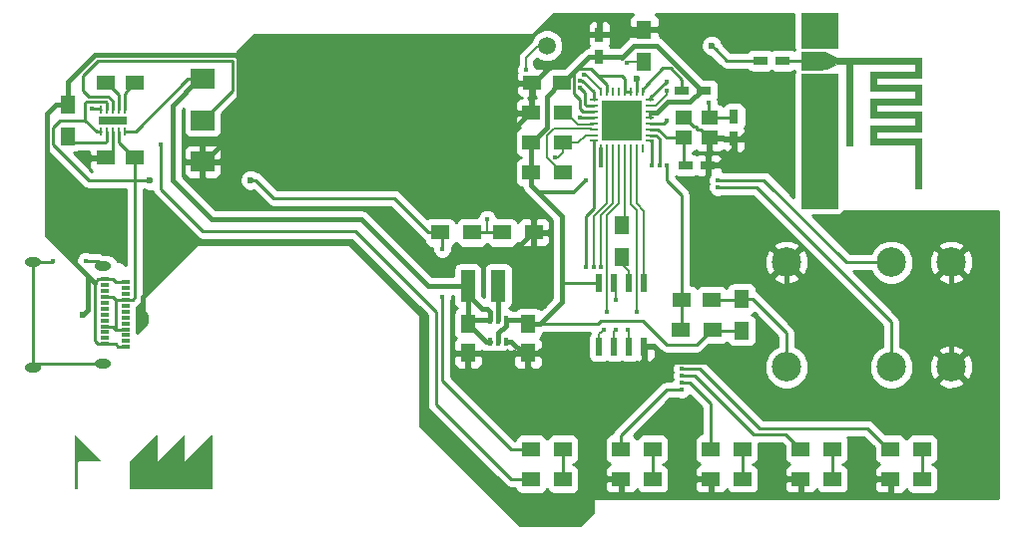
<source format=gbr>
G04 #@! TF.FileFunction,Copper,L1,Top,Signal*
%FSLAX46Y46*%
G04 Gerber Fmt 4.6, Leading zero omitted, Abs format (unit mm)*
G04 Created by KiCad (PCBNEW 4.0.7) date 04/10/18 01:40:05*
%MOMM*%
%LPD*%
G01*
G04 APERTURE LIST*
%ADD10C,0.100000*%
%ADD11C,0.010000*%
%ADD12R,1.500000X1.250000*%
%ADD13C,1.000000*%
%ADD14R,2.000000X1.700000*%
%ADD15R,1.250000X1.500000*%
%ADD16R,0.750000X1.200000*%
%ADD17R,1.200000X0.750000*%
%ADD18R,1.500000X1.300000*%
%ADD19O,1.400000X0.800000*%
%ADD20R,0.700000X0.300000*%
%ADD21C,2.500000*%
%ADD22R,1.200000X2.700000*%
%ADD23R,1.300000X1.500000*%
%ADD24R,0.250000X0.700000*%
%ADD25R,1.200000X0.640000*%
%ADD26R,0.600000X1.550000*%
%ADD27R,0.700000X0.250000*%
%ADD28R,1.725000X1.725000*%
%ADD29R,1.400000X1.200000*%
%ADD30R,0.400000X0.700000*%
%ADD31C,1.500000*%
%ADD32C,0.600000*%
%ADD33C,0.400000*%
%ADD34C,0.250000*%
%ADD35C,0.400000*%
%ADD36C,0.160000*%
%ADD37C,0.300000*%
%ADD38C,0.254000*%
G04 APERTURE END LIST*
D10*
D11*
G36*
X177800000Y-78901000D02*
X177800000Y-75937667D01*
X180848000Y-75937667D01*
X180848000Y-78901000D01*
X177800000Y-78901000D01*
X177800000Y-78901000D01*
G37*
X177800000Y-78901000D02*
X177800000Y-75937667D01*
X180848000Y-75937667D01*
X180848000Y-78901000D01*
X177800000Y-78901000D01*
G36*
X184150000Y-81441000D02*
X184150000Y-82033667D01*
X187960000Y-82033667D01*
X187960000Y-83727000D01*
X184150000Y-83727000D01*
X184150000Y-84319667D01*
X187960000Y-84319667D01*
X187960000Y-86013000D01*
X184150000Y-86013000D01*
X184150000Y-86605667D01*
X187960000Y-86605667D01*
X187960000Y-90839000D01*
X187452000Y-90839000D01*
X187452000Y-87113667D01*
X183642000Y-87113667D01*
X183642000Y-85505000D01*
X187452000Y-85505000D01*
X187452000Y-84827667D01*
X183642000Y-84827667D01*
X183642000Y-83219000D01*
X187452000Y-83219000D01*
X187452000Y-82541667D01*
X183642000Y-82541667D01*
X183642000Y-80933000D01*
X187452000Y-80933000D01*
X187452000Y-80255667D01*
X182118000Y-80255667D01*
X182118000Y-87198333D01*
X181610000Y-87198333D01*
X181610000Y-80255667D01*
X181226586Y-80255667D01*
X180784985Y-80327027D01*
X180340001Y-80509667D01*
X180114974Y-80618118D01*
X179921755Y-80690355D01*
X179716501Y-80733695D01*
X179455372Y-80755459D01*
X179094526Y-80762963D01*
X178818415Y-80763667D01*
X177800000Y-80763667D01*
X177800000Y-79239667D01*
X178776082Y-79239667D01*
X179207228Y-79242572D01*
X179514840Y-79256528D01*
X179744687Y-79289392D01*
X179942536Y-79349025D01*
X180154156Y-79443285D01*
X180255334Y-79493667D01*
X180758505Y-79747667D01*
X187960000Y-79747667D01*
X187960000Y-81441000D01*
X184150000Y-81441000D01*
X184150000Y-81441000D01*
G37*
X184150000Y-81441000D02*
X184150000Y-82033667D01*
X187960000Y-82033667D01*
X187960000Y-83727000D01*
X184150000Y-83727000D01*
X184150000Y-84319667D01*
X187960000Y-84319667D01*
X187960000Y-86013000D01*
X184150000Y-86013000D01*
X184150000Y-86605667D01*
X187960000Y-86605667D01*
X187960000Y-90839000D01*
X187452000Y-90839000D01*
X187452000Y-87113667D01*
X183642000Y-87113667D01*
X183642000Y-85505000D01*
X187452000Y-85505000D01*
X187452000Y-84827667D01*
X183642000Y-84827667D01*
X183642000Y-83219000D01*
X187452000Y-83219000D01*
X187452000Y-82541667D01*
X183642000Y-82541667D01*
X183642000Y-80933000D01*
X187452000Y-80933000D01*
X187452000Y-80255667D01*
X182118000Y-80255667D01*
X182118000Y-87198333D01*
X181610000Y-87198333D01*
X181610000Y-80255667D01*
X181226586Y-80255667D01*
X180784985Y-80327027D01*
X180340001Y-80509667D01*
X180114974Y-80618118D01*
X179921755Y-80690355D01*
X179716501Y-80733695D01*
X179455372Y-80755459D01*
X179094526Y-80762963D01*
X178818415Y-80763667D01*
X177800000Y-80763667D01*
X177800000Y-79239667D01*
X178776082Y-79239667D01*
X179207228Y-79242572D01*
X179514840Y-79256528D01*
X179744687Y-79289392D01*
X179942536Y-79349025D01*
X180154156Y-79443285D01*
X180255334Y-79493667D01*
X180758505Y-79747667D01*
X187960000Y-79747667D01*
X187960000Y-81441000D01*
X184150000Y-81441000D01*
G36*
X177800000Y-92532333D02*
X177800000Y-81102333D01*
X180848000Y-81102333D01*
X180848000Y-92532333D01*
X177800000Y-92532333D01*
X177800000Y-92532333D01*
G37*
X177800000Y-92532333D02*
X177800000Y-81102333D01*
X180848000Y-81102333D01*
X180848000Y-92532333D01*
X177800000Y-92532333D01*
D12*
X121265000Y-88265000D03*
X118765000Y-88265000D03*
D13*
X178355000Y-80010000D03*
X178355000Y-78235000D03*
D14*
X127000000Y-81590000D03*
X127000000Y-85090000D03*
X127000000Y-88590000D03*
D15*
X149523701Y-102353393D03*
X149523701Y-104853393D03*
D12*
X121265000Y-81915000D03*
X118765000Y-81915000D03*
D15*
X154603701Y-102373393D03*
X154603701Y-104873393D03*
D16*
X172085000Y-84775000D03*
X172085000Y-86675000D03*
D17*
X167960000Y-88900000D03*
X169860000Y-88900000D03*
D12*
X167660000Y-100330000D03*
X170160000Y-100330000D03*
D17*
X169540000Y-82550000D03*
X167640000Y-82550000D03*
X176210000Y-80010000D03*
X174310000Y-80010000D03*
D12*
X157460000Y-81915000D03*
X154960000Y-81915000D03*
D16*
X160655000Y-79690000D03*
X160655000Y-77790000D03*
D18*
X154860000Y-115570000D03*
X157560000Y-115570000D03*
X162480000Y-115570000D03*
X165180000Y-115570000D03*
X170100000Y-115570000D03*
X172800000Y-115570000D03*
X177720000Y-115570000D03*
X180420000Y-115570000D03*
X185340000Y-115570000D03*
X188040000Y-115570000D03*
D19*
X118535000Y-97470000D03*
D20*
X120445000Y-98850000D03*
X120445000Y-99350000D03*
X120445000Y-99850000D03*
X120445000Y-100350000D03*
X120445000Y-100850000D03*
X120445000Y-101350000D03*
X120445000Y-101850000D03*
X120445000Y-104350000D03*
X120445000Y-103350000D03*
X120445000Y-102850000D03*
X120445000Y-102350000D03*
X120445000Y-103850000D03*
X118745000Y-104100000D03*
D19*
X118535000Y-105730000D03*
X112585000Y-106090000D03*
X112585000Y-97110000D03*
D20*
X118745000Y-103600000D03*
X118745000Y-103100000D03*
X118745000Y-102600000D03*
X118745000Y-102100000D03*
X118745000Y-101600000D03*
X118745000Y-101100000D03*
X118745000Y-100600000D03*
X118745000Y-100100000D03*
X118745000Y-99600000D03*
X118745000Y-99100000D03*
X118745000Y-98600000D03*
D21*
X176530000Y-106045000D03*
X185420000Y-97155000D03*
X185420000Y-106045000D03*
X190500000Y-106045000D03*
X190500000Y-97155000D03*
D22*
X152093701Y-99158393D03*
X149493701Y-99158393D03*
D23*
X115570000Y-86440000D03*
X115570000Y-83740000D03*
D18*
X149860000Y-94615000D03*
X147160000Y-94615000D03*
X152400000Y-94615000D03*
X155100000Y-94615000D03*
X170260000Y-102870000D03*
X167560000Y-102870000D03*
D23*
X172720000Y-102950000D03*
X172720000Y-100250000D03*
X164465000Y-77390000D03*
X164465000Y-80090000D03*
X162560000Y-96680000D03*
X162560000Y-93980000D03*
D18*
X154860000Y-113030000D03*
X157560000Y-113030000D03*
X162480000Y-113030000D03*
X165180000Y-113030000D03*
X170100000Y-113030000D03*
X172800000Y-113030000D03*
X177720000Y-113030000D03*
X180420000Y-113030000D03*
X185340000Y-113030000D03*
X188040000Y-113030000D03*
X157560000Y-86995000D03*
X154860000Y-86995000D03*
X157560000Y-89535000D03*
X154860000Y-89535000D03*
X157560000Y-84455000D03*
X154860000Y-84455000D03*
D24*
X120380000Y-84192881D03*
X119880000Y-84192881D03*
X119380000Y-84192881D03*
X118880000Y-84192881D03*
X118380000Y-84192881D03*
X118380000Y-86042881D03*
X118880000Y-86042881D03*
X119380000Y-86042881D03*
X119880000Y-86042881D03*
X120380000Y-86042881D03*
D25*
X118780000Y-85117881D03*
X119980000Y-85117881D03*
D26*
X160655000Y-104300000D03*
X161925000Y-104300000D03*
X163195000Y-104300000D03*
X164465000Y-104300000D03*
X164465000Y-98900000D03*
X163195000Y-98900000D03*
X161925000Y-98900000D03*
X160655000Y-98900000D03*
D24*
X164310000Y-82690000D03*
X163810000Y-82690000D03*
X163310000Y-82690000D03*
X162810000Y-82690000D03*
X162310000Y-82690000D03*
X161810000Y-82690000D03*
X161310000Y-82690000D03*
X160810000Y-82690000D03*
D27*
X160160000Y-83340000D03*
X160160000Y-83840000D03*
X160160000Y-84340000D03*
X160160000Y-84840000D03*
X160160000Y-85340000D03*
X160160000Y-85840000D03*
X160160000Y-86340000D03*
X160160000Y-86840000D03*
D24*
X160810000Y-87490000D03*
X161310000Y-87490000D03*
X161810000Y-87490000D03*
X162310000Y-87490000D03*
X162810000Y-87490000D03*
X163310000Y-87490000D03*
X163810000Y-87490000D03*
X164310000Y-87490000D03*
D27*
X164960000Y-86840000D03*
X164960000Y-86340000D03*
X164960000Y-85840000D03*
X164960000Y-85340000D03*
X164960000Y-84840000D03*
X164960000Y-84340000D03*
X164960000Y-83840000D03*
X164960000Y-83340000D03*
D28*
X161697500Y-85952500D03*
X163422500Y-85952500D03*
X161697500Y-84227500D03*
X163422500Y-84227500D03*
D29*
X170010000Y-84875000D03*
X167810000Y-84875000D03*
X167810000Y-86575000D03*
X170010000Y-86575000D03*
D30*
X151413701Y-103918393D03*
X152063701Y-103918393D03*
X152713701Y-103918393D03*
X152713701Y-102018393D03*
X151413701Y-102018393D03*
X152063701Y-102018393D03*
D21*
X176530000Y-97155000D03*
D31*
X156210000Y-78740000D03*
D32*
X116840000Y-88265000D03*
X115570000Y-90170000D03*
X162052000Y-78739926D03*
X161697500Y-85952500D03*
X163422500Y-85952500D03*
X163422500Y-84227500D03*
X161697500Y-84227500D03*
X155956000Y-103632000D03*
X155956000Y-100838000D03*
X121920000Y-101600000D03*
X116840000Y-101600000D03*
D33*
X159512000Y-90170000D03*
X160782000Y-88900000D03*
X147320000Y-96012090D03*
D32*
X131064000Y-90170000D03*
D33*
X147320000Y-100076000D03*
D32*
X122555000Y-90170000D03*
D33*
X169926000Y-83566000D03*
X166370000Y-85090000D03*
X166370000Y-88900000D03*
X166370000Y-81788000D03*
D32*
X170180000Y-78740000D03*
X163830000Y-81534000D03*
D33*
X117602000Y-84074000D03*
X123444000Y-87122000D03*
X117094000Y-97028000D03*
X114300000Y-97028000D03*
X170688000Y-90170000D03*
X165769997Y-88900000D03*
X170688000Y-90770003D03*
X165100000Y-88900000D03*
X154432000Y-80772000D03*
X156863761Y-88259937D03*
X159371432Y-81201536D03*
X151130000Y-93472000D03*
X162985053Y-80199495D03*
X166370000Y-82550000D03*
X159004118Y-81695977D03*
X167640000Y-107972069D03*
X159004000Y-82295978D03*
X167640000Y-107372056D03*
X167640000Y-106772043D03*
X159004000Y-84836000D03*
X167640000Y-106171936D03*
X159512000Y-97536000D03*
X161290000Y-101346000D03*
X161036000Y-102870000D03*
X163830000Y-101346000D03*
X162052000Y-102870000D03*
X163068000Y-102870000D03*
X160782000Y-97536000D03*
X162052000Y-100330000D03*
X160181997Y-97536000D03*
D34*
X176210000Y-80010000D02*
X178355000Y-80010000D01*
D35*
X140335000Y-93472000D02*
X140462000Y-93472000D01*
X140462000Y-93472000D02*
X146148393Y-99158393D01*
X146148393Y-99158393D02*
X149493701Y-99158393D01*
X151413701Y-102018393D02*
X151413701Y-101375701D01*
X151413701Y-101375701D02*
X151130000Y-101092000D01*
X151130000Y-101092000D02*
X150677308Y-101092000D01*
X150677308Y-101092000D02*
X149493701Y-99908393D01*
X149493701Y-99908393D02*
X149493701Y-99158393D01*
X127000000Y-81590000D02*
X126690000Y-81590000D01*
X126690000Y-81590000D02*
X124460000Y-83820000D01*
X124460000Y-83820000D02*
X124460000Y-90170000D01*
X124460000Y-90170000D02*
X127762000Y-93472000D01*
X127762000Y-93472000D02*
X140335000Y-93472000D01*
X149493701Y-99158393D02*
X149493701Y-102323393D01*
X149493701Y-102323393D02*
X149523701Y-102353393D01*
X127000000Y-81590000D02*
X126850000Y-81590000D01*
X151413701Y-103918393D02*
X151088701Y-103918393D01*
X151088701Y-103918393D02*
X149523701Y-102353393D01*
X151413701Y-102018393D02*
X149858701Y-102018393D01*
X149858701Y-102018393D02*
X149523701Y-102353393D01*
D34*
X127000000Y-81590000D02*
X125750000Y-81590000D01*
X125750000Y-81590000D02*
X121297119Y-86042881D01*
X121297119Y-86042881D02*
X120755000Y-86042881D01*
X120755000Y-86042881D02*
X120380000Y-86042881D01*
X119380000Y-84192881D02*
X119380000Y-83456471D01*
X119380000Y-83456471D02*
X118991399Y-83067870D01*
X118991399Y-83067870D02*
X117357870Y-83067870D01*
X117357870Y-83067870D02*
X116840000Y-82550000D01*
X116840000Y-82550000D02*
X116840000Y-81280000D01*
X116840000Y-81280000D02*
X118110000Y-80010000D01*
X118110000Y-80010000D02*
X129540000Y-80010000D01*
X129540000Y-80010000D02*
X129540000Y-82550000D01*
X129540000Y-82550000D02*
X127000000Y-85090000D01*
D35*
X128016000Y-88590000D02*
X128400000Y-88590000D01*
X155000000Y-94615000D02*
X155100000Y-94615000D01*
X128400000Y-88590000D02*
X128839999Y-89029999D01*
X146853996Y-97450000D02*
X147786002Y-97450000D01*
X128839999Y-89029999D02*
X128839999Y-90506001D01*
X128839999Y-90506001D02*
X130883998Y-92550000D01*
X130883998Y-92550000D02*
X141953996Y-92550000D01*
X141953996Y-92550000D02*
X146853996Y-97450000D01*
X147786002Y-97450000D02*
X148716002Y-96520000D01*
X148716002Y-96520000D02*
X153095000Y-96520000D01*
X153095000Y-96520000D02*
X155000000Y-94615000D01*
D34*
X113774990Y-90170000D02*
X115570000Y-90170000D01*
X119380000Y-86042881D02*
X119380000Y-87650000D01*
X119380000Y-87650000D02*
X118765000Y-88265000D01*
X119380000Y-87650000D02*
X118765000Y-88265000D01*
D35*
X162052000Y-77790000D02*
X162052000Y-78739926D01*
X160655000Y-77790000D02*
X162052000Y-77790000D01*
X162052000Y-77790000D02*
X162560000Y-77790000D01*
X163422500Y-84227500D02*
X163422500Y-85952500D01*
X161697500Y-84227500D02*
X161697500Y-85952500D01*
X161697500Y-84227500D02*
X163422500Y-85952500D01*
X163422500Y-84227500D02*
X161697500Y-85952500D01*
X162560000Y-77790000D02*
X164065000Y-77790000D01*
X160655000Y-77790000D02*
X159210000Y-77790000D01*
X127000000Y-88590000D02*
X128016000Y-88590000D01*
D36*
X127000000Y-88590000D02*
X127150000Y-88590000D01*
X127150000Y-88590000D02*
X128016000Y-88590000D01*
D35*
X176530000Y-97155000D02*
X176530000Y-99314000D01*
X176530000Y-99314000D02*
X180848000Y-103632000D01*
X180848000Y-103632000D02*
X180848000Y-110236000D01*
X174752000Y-110236000D02*
X180848000Y-110236000D01*
X180848000Y-110236000D02*
X186309000Y-110236000D01*
X190500000Y-106045000D02*
X190500000Y-97155000D01*
X160020000Y-111439692D02*
X165887757Y-105571935D01*
X186309000Y-110236000D02*
X189250001Y-107294999D01*
X165887757Y-105571935D02*
X170087935Y-105571935D01*
X170087935Y-105571935D02*
X174752000Y-110236000D01*
X189250001Y-107294999D02*
X190500000Y-106045000D01*
X121920000Y-101600000D02*
X121920000Y-100076000D01*
X121920000Y-100076000D02*
X126492000Y-95504000D01*
X159004000Y-119380000D02*
X160020000Y-118364000D01*
X126492000Y-95504000D02*
X139446000Y-95504000D01*
X160020000Y-118364000D02*
X160020000Y-116840000D01*
X139446000Y-95504000D02*
X145542000Y-101600000D01*
X145542000Y-101600000D02*
X145542000Y-110998000D01*
X145542000Y-110998000D02*
X153924000Y-119380000D01*
X153924000Y-119380000D02*
X159004000Y-119380000D01*
D37*
X162560000Y-116840000D02*
X160020000Y-116840000D01*
X162480000Y-115570000D02*
X162480000Y-116760000D01*
X162480000Y-116760000D02*
X162560000Y-116840000D01*
X162560000Y-116840000D02*
X162800000Y-116840000D01*
D35*
X160020000Y-116840000D02*
X160020000Y-111439692D01*
D34*
X164465000Y-104300000D02*
X164465000Y-105325000D01*
X155478701Y-104873393D02*
X154603701Y-104873393D01*
X164465000Y-105325000D02*
X163916607Y-105873393D01*
X156478701Y-105873393D02*
X155478701Y-104873393D01*
X163916607Y-105873393D02*
X156478701Y-105873393D01*
D35*
X155956000Y-103632000D02*
X155956000Y-104394000D01*
X155956000Y-104394000D02*
X155476607Y-104873393D01*
X155476607Y-104873393D02*
X154603701Y-104873393D01*
X155100000Y-94615000D02*
X155100000Y-99982000D01*
X155100000Y-99982000D02*
X155956000Y-100838000D01*
X154603701Y-104873393D02*
X154149393Y-104873393D01*
X154149393Y-104873393D02*
X153194393Y-103918393D01*
X153194393Y-103918393D02*
X152713701Y-103918393D01*
X160020000Y-111439692D02*
X154603701Y-106023393D01*
X154603701Y-106023393D02*
X154603701Y-104873393D01*
X117265000Y-98298000D02*
X113774990Y-94807990D01*
X117856000Y-98889000D02*
X117265000Y-98298000D01*
X117265000Y-98298000D02*
X117265000Y-101175000D01*
X117265000Y-101175000D02*
X116840000Y-101600000D01*
X164465000Y-77390000D02*
X167052000Y-77390000D01*
X167052000Y-77390000D02*
X173482000Y-83820000D01*
X173482000Y-83820000D02*
X173482000Y-85852000D01*
X173482000Y-85852000D02*
X172659000Y-86675000D01*
X172659000Y-86675000D02*
X172085000Y-86675000D01*
X172085000Y-86675000D02*
X172085000Y-87503000D01*
X172085000Y-87503000D02*
X170688000Y-88900000D01*
X170688000Y-88900000D02*
X169860000Y-88900000D01*
D37*
X170100000Y-115570000D02*
X170100000Y-116760000D01*
X170180000Y-116840000D02*
X169926000Y-116840000D01*
X170100000Y-116760000D02*
X170180000Y-116840000D01*
X177720000Y-115570000D02*
X177720000Y-116760000D01*
X177720000Y-116760000D02*
X177800000Y-116840000D01*
X177800000Y-116840000D02*
X177292000Y-116840000D01*
X169926000Y-116840000D02*
X177292000Y-116840000D01*
X177292000Y-116840000D02*
X185166000Y-116840000D01*
X162800000Y-116840000D02*
X169926000Y-116840000D01*
X185340000Y-116666000D02*
X185340000Y-115570000D01*
X185166000Y-116840000D02*
X185340000Y-116666000D01*
D35*
X153162000Y-91627000D02*
X153162000Y-88646000D01*
X153162000Y-88646000D02*
X153162000Y-86053000D01*
X127000000Y-88590000D02*
X153106000Y-88590000D01*
X153106000Y-88590000D02*
X153162000Y-88646000D01*
X154835000Y-81915000D02*
X154960000Y-81915000D01*
X154960000Y-81915000D02*
X154960000Y-82940000D01*
X113774990Y-94807990D02*
X113774990Y-90170000D01*
X113774990Y-90170000D02*
X113774990Y-84485010D01*
X114520000Y-83740000D02*
X115570000Y-83740000D01*
X113774990Y-84485010D02*
X114520000Y-83740000D01*
D34*
X117856000Y-98889000D02*
X117856000Y-103811000D01*
X117856000Y-103811000D02*
X118145000Y-104100000D01*
X118145000Y-104100000D02*
X118745000Y-104100000D01*
X118745000Y-98600000D02*
X118145000Y-98600000D01*
X118145000Y-98600000D02*
X117856000Y-98889000D01*
D35*
X115570000Y-82590000D02*
X115570000Y-83740000D01*
X127150000Y-88590000D02*
X130065010Y-85674990D01*
X130065010Y-85674990D02*
X130065010Y-79792534D01*
X115570000Y-81807524D02*
X115570000Y-82590000D01*
X130065010Y-79792534D02*
X129757466Y-79484990D01*
X129757466Y-79484990D02*
X117892533Y-79484991D01*
X117892533Y-79484991D02*
X115570000Y-81807524D01*
X164065000Y-77790000D02*
X164465000Y-77390000D01*
X154960000Y-81915000D02*
X155085000Y-81915000D01*
X155085000Y-81915000D02*
X159210000Y-77790000D01*
X154860000Y-84455000D02*
X154860000Y-82015000D01*
X154860000Y-82015000D02*
X154960000Y-81915000D01*
X153162000Y-86053000D02*
X154760000Y-84455000D01*
X154760000Y-84455000D02*
X154860000Y-84455000D01*
X155100000Y-94615000D02*
X155100000Y-93565000D01*
X155100000Y-93565000D02*
X153162000Y-91627000D01*
X149523701Y-104853393D02*
X154583701Y-104853393D01*
X154583701Y-104853393D02*
X154603701Y-104873393D01*
D34*
X167810000Y-84875000D02*
X167933000Y-84875000D01*
X167933000Y-84875000D02*
X168656000Y-85598000D01*
X168656000Y-85598000D02*
X168910000Y-85598000D01*
X168910000Y-85598000D02*
X168910000Y-85852000D01*
X168910000Y-85852000D02*
X169287000Y-85852000D01*
X169287000Y-85852000D02*
X170010000Y-86575000D01*
X169541000Y-86106000D02*
X170010000Y-86575000D01*
X170010000Y-86575000D02*
X171985000Y-86575000D01*
X171985000Y-86575000D02*
X172085000Y-86675000D01*
X169860000Y-88900000D02*
X169860000Y-86725000D01*
X169860000Y-86725000D02*
X170010000Y-86575000D01*
X119834999Y-104325001D02*
X119834999Y-104339999D01*
X119834999Y-104339999D02*
X119845000Y-104350000D01*
X119845000Y-104350000D02*
X120445000Y-104350000D01*
X118745000Y-104100000D02*
X119609998Y-104100000D01*
X119609998Y-104100000D02*
X119834999Y-104325001D01*
X118745000Y-98600000D02*
X119345000Y-98600000D01*
X119345000Y-98600000D02*
X119595000Y-98850000D01*
X119595000Y-98850000D02*
X119845000Y-98850000D01*
X119845000Y-98850000D02*
X120445000Y-98850000D01*
X120380000Y-84192881D02*
X120380000Y-82800000D01*
X120380000Y-82800000D02*
X121265000Y-81915000D01*
X119880000Y-84192881D02*
X119880000Y-82905000D01*
X119880000Y-82905000D02*
X118890000Y-81915000D01*
X118890000Y-81915000D02*
X118765000Y-81915000D01*
X155628701Y-102373393D02*
X160516607Y-102373393D01*
X160516607Y-102373393D02*
X160782000Y-102108000D01*
X160782000Y-102108000D02*
X164338000Y-102108000D01*
X166370000Y-104140000D02*
X168890000Y-104140000D01*
X164338000Y-102108000D02*
X166370000Y-104140000D01*
X168890000Y-104140000D02*
X170160000Y-102870000D01*
X170160000Y-102870000D02*
X170260000Y-102870000D01*
D35*
X160655000Y-79690000D02*
X162494000Y-79690000D01*
X162494000Y-79690000D02*
X162560000Y-79756000D01*
X162560000Y-79756000D02*
X163576000Y-78740000D01*
X163576000Y-78740000D02*
X165505000Y-78740000D01*
X165505000Y-78740000D02*
X169315000Y-82550000D01*
X169315000Y-82550000D02*
X169540000Y-82550000D01*
D34*
X172720000Y-102950000D02*
X170340000Y-102950000D01*
X170340000Y-102950000D02*
X170260000Y-102870000D01*
X158478999Y-82786999D02*
X159004000Y-83312000D01*
X159004000Y-83312000D02*
X159004000Y-84074000D01*
X158750000Y-80750000D02*
X158478999Y-81021001D01*
X158478999Y-81021001D02*
X158478999Y-82786999D01*
X159004000Y-84074000D02*
X159270000Y-84340000D01*
X159270000Y-84340000D02*
X159560000Y-84340000D01*
X159560000Y-84340000D02*
X160160000Y-84340000D01*
X159896534Y-80676534D02*
X160500000Y-81280000D01*
X158750000Y-80750000D02*
X158823466Y-80676534D01*
X158823466Y-80676534D02*
X159896534Y-80676534D01*
D35*
X156210000Y-91935000D02*
X155448000Y-91173000D01*
X155448000Y-91173000D02*
X154860000Y-90585000D01*
D37*
X159512000Y-90170000D02*
X158496000Y-91186000D01*
X158496000Y-91186000D02*
X155461000Y-91186000D01*
X155461000Y-91186000D02*
X155448000Y-91173000D01*
X160810000Y-87490000D02*
X160810000Y-88872000D01*
X160810000Y-88872000D02*
X160782000Y-88900000D01*
X157480000Y-81935000D02*
X157460000Y-81915000D01*
D34*
X164960000Y-84340000D02*
X164960000Y-84840000D01*
D35*
X165540002Y-84455000D02*
X165100000Y-84455000D01*
X169315000Y-82550000D02*
X168339676Y-83525324D01*
X168339676Y-83525324D02*
X166469678Y-83525324D01*
X166469678Y-83525324D02*
X165540002Y-84455000D01*
D34*
X172370000Y-102870000D02*
X172450000Y-102950000D01*
D35*
X157480000Y-99060000D02*
X157480000Y-93205000D01*
D34*
X157480000Y-99060000D02*
X157640000Y-98900000D01*
D35*
X157480000Y-100522094D02*
X157480000Y-99060000D01*
D34*
X157640000Y-98900000D02*
X160655000Y-98900000D01*
D35*
X157480000Y-93205000D02*
X156210000Y-91935000D01*
D34*
X165009999Y-84889999D02*
X164960000Y-84840000D01*
X162810000Y-82690000D02*
X163310000Y-82690000D01*
X162560000Y-81280000D02*
X162810000Y-81530000D01*
X162810000Y-81530000D02*
X162810000Y-82690000D01*
X160500000Y-81280000D02*
X161310000Y-82090000D01*
X160500000Y-81280000D02*
X162560000Y-81280000D01*
X161310000Y-82090000D02*
X161310000Y-82690000D01*
D35*
X158750000Y-80750000D02*
X159810000Y-79690000D01*
X157585000Y-81915000D02*
X158750000Y-80750000D01*
X157460000Y-81915000D02*
X157585000Y-81915000D01*
X159810000Y-79690000D02*
X159880000Y-79690000D01*
X159880000Y-79690000D02*
X160655000Y-79690000D01*
X156210000Y-85745000D02*
X156210000Y-83040000D01*
X156210000Y-83040000D02*
X157335000Y-81915000D01*
X157335000Y-81915000D02*
X157460000Y-81915000D01*
X154860000Y-86995000D02*
X154960000Y-86995000D01*
X154960000Y-86995000D02*
X156210000Y-85745000D01*
X154860000Y-89535000D02*
X154860000Y-86995000D01*
X154860000Y-90585000D02*
X154860000Y-89535000D01*
X154603701Y-102373393D02*
X155628701Y-102373393D01*
X155628701Y-102373393D02*
X157480000Y-100522094D01*
X152063701Y-103918393D02*
X152063701Y-103168393D01*
X152063701Y-103168393D02*
X152713701Y-102518393D01*
X152713701Y-102518393D02*
X152713701Y-102018393D01*
X152713701Y-102018393D02*
X154248701Y-102018393D01*
X154248701Y-102018393D02*
X154603701Y-102373393D01*
D34*
X119880000Y-87005000D02*
X121140000Y-88265000D01*
X119880000Y-86042881D02*
X119880000Y-87005000D01*
X147160000Y-94615000D02*
X146160000Y-94615000D01*
X146160000Y-94615000D02*
X143239000Y-91694000D01*
X143239000Y-91694000D02*
X133012264Y-91694000D01*
X133012264Y-91694000D02*
X131488264Y-90170000D01*
X131488264Y-90170000D02*
X131064000Y-90170000D01*
X147160000Y-94615000D02*
X147160000Y-94836000D01*
X147160000Y-94836000D02*
X147320000Y-94996000D01*
X147320000Y-94996000D02*
X147320000Y-96012090D01*
X147320000Y-100358842D02*
X147320000Y-100076000D01*
X153162000Y-113030000D02*
X147320000Y-107188000D01*
X147320000Y-107188000D02*
X147320000Y-100358842D01*
X154860000Y-113030000D02*
X153162000Y-113030000D01*
X122555000Y-90170000D02*
X121265000Y-90170000D01*
X117052119Y-85090000D02*
X117052119Y-83607881D01*
X117052119Y-83607881D02*
X117142120Y-83517880D01*
X121265000Y-90170000D02*
X121265000Y-89140000D01*
X118380000Y-86042881D02*
X118005000Y-86042881D01*
X114300000Y-85724998D02*
X114300000Y-87155002D01*
X117314998Y-90170000D02*
X121265000Y-90170000D01*
X117052119Y-85090000D02*
X114934998Y-85090000D01*
X114934998Y-85090000D02*
X114300000Y-85724998D01*
X114300000Y-87155002D02*
X117314998Y-90170000D01*
X118880000Y-84192881D02*
X118880000Y-83592881D01*
X121140000Y-88265000D02*
X121265000Y-88265000D01*
X121045000Y-100350000D02*
X121265000Y-100130000D01*
X119595000Y-102850000D02*
X119595000Y-100545000D01*
X118880000Y-83592881D02*
X118804999Y-83517880D01*
X118005000Y-86042881D02*
X117052119Y-85090000D01*
X118745000Y-102600000D02*
X119345000Y-102600000D01*
X121265000Y-89140000D02*
X121265000Y-88265000D01*
X119595000Y-102850000D02*
X119845000Y-102850000D01*
X119845000Y-102850000D02*
X120445000Y-102850000D01*
X121045000Y-100350000D02*
X120445000Y-100350000D01*
X118745000Y-100100000D02*
X119345000Y-100100000D01*
X119345000Y-100100000D02*
X119595000Y-100350000D01*
X119345000Y-102600000D02*
X119595000Y-102850000D01*
X119595000Y-100545000D02*
X119595000Y-100350000D01*
X119595000Y-100350000D02*
X119845000Y-100350000D01*
X118804999Y-83517880D02*
X117142120Y-83517880D01*
X121265000Y-100130000D02*
X121265000Y-90170000D01*
X119845000Y-100350000D02*
X120445000Y-100350000D01*
X166370000Y-85090000D02*
X166119992Y-85340008D01*
X166119992Y-85340008D02*
X165196400Y-85340008D01*
X165196400Y-85340008D02*
X164960000Y-85340008D01*
X169926000Y-83566000D02*
X169926000Y-84791000D01*
X169926000Y-84791000D02*
X170010000Y-84875000D01*
X170010000Y-84875000D02*
X171985000Y-84875000D01*
X171985000Y-84875000D02*
X172085000Y-84775000D01*
X165596000Y-85840000D02*
X166331000Y-86575000D01*
X166331000Y-86575000D02*
X167810000Y-86575000D01*
X164960000Y-85840000D02*
X165596000Y-85840000D01*
X167810000Y-86575000D02*
X167810000Y-88750000D01*
X167810000Y-88750000D02*
X167960000Y-88900000D01*
X167660000Y-100330000D02*
X167660000Y-102770000D01*
X167660000Y-102770000D02*
X167560000Y-102870000D01*
X166370000Y-88900000D02*
X166370000Y-90170000D01*
X166370000Y-90170000D02*
X167660000Y-91460000D01*
X167660000Y-91460000D02*
X167660000Y-100330000D01*
X164960000Y-83340000D02*
X164960000Y-83198000D01*
X164960000Y-83198000D02*
X166370000Y-81788000D01*
X172720000Y-100250000D02*
X173620000Y-100250000D01*
X173620000Y-100250000D02*
X176530000Y-103160000D01*
X176530000Y-103160000D02*
X176530000Y-104277234D01*
X176530000Y-104277234D02*
X176530000Y-106045000D01*
X170160000Y-100330000D02*
X172640000Y-100330000D01*
X172640000Y-100330000D02*
X172720000Y-100250000D01*
X172370000Y-100330000D02*
X172450000Y-100250000D01*
X167640000Y-82550000D02*
X167640000Y-81624998D01*
X164685000Y-82090000D02*
X164310000Y-82465000D01*
X167640000Y-81624998D02*
X166670001Y-80654999D01*
X166670001Y-80654999D02*
X166069999Y-80654999D01*
X166069999Y-80654999D02*
X164685000Y-82039998D01*
X164685000Y-82039998D02*
X164685000Y-82090000D01*
X164310000Y-82465000D02*
X164310000Y-82690000D01*
X170479999Y-79039999D02*
X170180000Y-78740000D01*
X171450000Y-80010000D02*
X170479999Y-79039999D01*
X174310000Y-80010000D02*
X171450000Y-80010000D01*
X163810000Y-82690000D02*
X163810000Y-81554000D01*
X163810000Y-81554000D02*
X163830000Y-81534000D01*
X163830000Y-82670000D02*
X163810000Y-82690000D01*
X154860000Y-115570000D02*
X153162000Y-115570000D01*
X153162000Y-115570000D02*
X146794999Y-109202999D01*
X146794999Y-109202999D02*
X146794999Y-101328999D01*
X123444000Y-90932000D02*
X123444000Y-87122000D01*
X146794999Y-101328999D02*
X139954000Y-94488000D01*
X139954000Y-94488000D02*
X127000000Y-94488000D01*
X127000000Y-94488000D02*
X123444000Y-90932000D01*
X117602000Y-84074000D02*
X118261119Y-84074000D01*
X118261119Y-84074000D02*
X118380000Y-84192881D01*
X157560000Y-113030000D02*
X157560000Y-113930000D01*
X157560000Y-113930000D02*
X157560000Y-115570000D01*
X165180000Y-113030000D02*
X165180000Y-113930000D01*
X165180000Y-113930000D02*
X165180000Y-115570000D01*
X172800000Y-113030000D02*
X172800000Y-113930000D01*
X172800000Y-113930000D02*
X172800000Y-115570000D01*
X180420000Y-113030000D02*
X180420000Y-113930000D01*
X180420000Y-113930000D02*
X180420000Y-115570000D01*
X188040000Y-113030000D02*
X188040000Y-113930000D01*
X188040000Y-113930000D02*
X188040000Y-115570000D01*
X117094000Y-97028000D02*
X118093000Y-97028000D01*
X118093000Y-97028000D02*
X118535000Y-97470000D01*
X112585000Y-97110000D02*
X114218000Y-97110000D01*
X114218000Y-97110000D02*
X114300000Y-97028000D01*
X112585000Y-106090000D02*
X112585000Y-105440000D01*
X112585000Y-105440000D02*
X112585000Y-97110000D01*
X118535000Y-105730000D02*
X112945000Y-105730000D01*
X112945000Y-105730000D02*
X112585000Y-106090000D01*
X170688000Y-90170000D02*
X174625000Y-90170000D01*
X174625000Y-90170000D02*
X181610000Y-97155000D01*
X181610000Y-97155000D02*
X185420000Y-97155000D01*
X164960000Y-86340000D02*
X165459590Y-86340000D01*
X165459590Y-86340000D02*
X165769997Y-86650407D01*
X165769997Y-86650407D02*
X165769997Y-88900000D01*
X170688000Y-90770003D02*
X173955003Y-90770003D01*
X173955003Y-90770003D02*
X185420000Y-102235000D01*
X185420000Y-102235000D02*
X185420000Y-104277234D01*
X185420000Y-104277234D02*
X185420000Y-106045000D01*
X164960000Y-86840000D02*
X165072000Y-86840000D01*
X165072000Y-86840000D02*
X165100000Y-86868000D01*
X165100000Y-86868000D02*
X165100000Y-88900000D01*
D36*
X156210000Y-78740000D02*
X155448000Y-78740000D01*
X155448000Y-78740000D02*
X154432000Y-79756000D01*
X154432000Y-79756000D02*
X154432000Y-80772000D01*
X157560000Y-86995000D02*
X158877000Y-86995000D01*
X158877000Y-86995000D02*
X159532000Y-86340000D01*
X159532000Y-86340000D02*
X160160000Y-86340000D01*
X157560000Y-86995000D02*
X157560000Y-87804000D01*
X157560000Y-87804000D02*
X157104063Y-88259937D01*
X157104063Y-88259937D02*
X156863761Y-88259937D01*
D35*
X152063701Y-102018393D02*
X152063701Y-99188393D01*
X152063701Y-99188393D02*
X152093701Y-99158393D01*
D34*
X116125000Y-86995000D02*
X115570000Y-86440000D01*
X118745000Y-86995000D02*
X116125000Y-86995000D01*
X118880000Y-86860000D02*
X118745000Y-86995000D01*
X118880000Y-86042881D02*
X118880000Y-86860000D01*
X115570000Y-86440000D02*
X115570000Y-86540000D01*
X115570000Y-86540000D02*
X115747882Y-86717882D01*
D36*
X160810000Y-82465000D02*
X159546536Y-81201536D01*
X159546536Y-81201536D02*
X159371432Y-81201536D01*
X160810000Y-82690000D02*
X160810000Y-82465000D01*
X151130000Y-93472000D02*
X151130000Y-94615000D01*
D34*
X150860000Y-94615000D02*
X151130000Y-94615000D01*
X151130000Y-94615000D02*
X152400000Y-94615000D01*
X149860000Y-94615000D02*
X150860000Y-94615000D01*
D36*
X164465000Y-80090000D02*
X163094548Y-80090000D01*
X163094548Y-80090000D02*
X162985053Y-80199495D01*
X164960000Y-83840000D02*
X165470000Y-83840000D01*
X165470000Y-83840000D02*
X166370000Y-82940000D01*
X166370000Y-82940000D02*
X166370000Y-82550000D01*
X162560000Y-96680000D02*
X162560000Y-97282000D01*
X162560000Y-97282000D02*
X163195000Y-97917000D01*
X163195000Y-97917000D02*
X163195000Y-98900000D01*
X162810000Y-93218000D02*
X162810000Y-93570000D01*
X162810000Y-87490000D02*
X162810000Y-93218000D01*
X162810000Y-93218000D02*
X162810000Y-93730000D01*
X162810000Y-93730000D02*
X162560000Y-93980000D01*
D34*
X160160000Y-82661058D02*
X159194919Y-81695977D01*
X159194919Y-81695977D02*
X159004118Y-81695977D01*
X160160000Y-83340000D02*
X160160000Y-82661058D01*
X162480000Y-113030000D02*
X162480000Y-111840000D01*
X162480000Y-111840000D02*
X166347931Y-107972069D01*
X166347931Y-107972069D02*
X167640000Y-107972069D01*
X159454011Y-82745989D02*
X159203999Y-82495977D01*
X159454011Y-83734011D02*
X159454011Y-82745989D01*
X159203999Y-82495977D02*
X159004000Y-82295978D01*
X160160000Y-83840000D02*
X159560000Y-83840000D01*
X159560000Y-83840000D02*
X159454011Y-83734011D01*
X170100000Y-113030000D02*
X170100000Y-109140000D01*
X170100000Y-109140000D02*
X168332056Y-107372056D01*
X168332056Y-107372056D02*
X167640000Y-107372056D01*
X167640000Y-106772043D02*
X168748043Y-106772043D01*
X168748043Y-106772043D02*
X173736000Y-111760000D01*
X173736000Y-111760000D02*
X176450000Y-111760000D01*
X176450000Y-111760000D02*
X177720000Y-113030000D01*
X160160000Y-84840000D02*
X159008000Y-84840000D01*
X159008000Y-84840000D02*
X159004000Y-84836000D01*
X167640000Y-106171936D02*
X169163936Y-106171936D01*
X169163936Y-106171936D02*
X174244000Y-111252000D01*
X174244000Y-111252000D02*
X183388000Y-111252000D01*
X183388000Y-111252000D02*
X185166000Y-113030000D01*
X185166000Y-113030000D02*
X185340000Y-113030000D01*
X160160000Y-86840000D02*
X160160000Y-92570000D01*
X160160000Y-92570000D02*
X159512000Y-93218000D01*
X159512000Y-93218000D02*
X159512000Y-97536000D01*
D36*
X156845000Y-85788836D02*
X159956164Y-85788836D01*
X159956164Y-85788836D02*
X160007328Y-85840000D01*
X160007328Y-85840000D02*
X160160000Y-85840000D01*
X156210000Y-86423836D02*
X156845000Y-85788836D01*
X157460000Y-89535000D02*
X156210000Y-88285000D01*
X156210000Y-88285000D02*
X156210000Y-86423836D01*
X160160000Y-85340000D02*
X160071174Y-85428826D01*
X160071174Y-85428826D02*
X158834826Y-85428826D01*
X158834826Y-85428826D02*
X157861000Y-84455000D01*
X157861000Y-84455000D02*
X157560000Y-84455000D01*
X161290000Y-101063158D02*
X161290000Y-101346000D01*
X161290000Y-93185998D02*
X161290000Y-101063158D01*
X162310000Y-92165998D02*
X161290000Y-93185998D01*
X162310000Y-87490000D02*
X162310000Y-92165998D01*
X160836001Y-103069999D02*
X161036000Y-102870000D01*
X160655000Y-103251000D02*
X160836001Y-103069999D01*
X160655000Y-104300000D02*
X160655000Y-103251000D01*
X163830000Y-101063158D02*
X163830000Y-101346000D01*
X163310000Y-87490000D02*
X163310000Y-92190000D01*
X163830000Y-92710000D02*
X163830000Y-101063158D01*
X163830000Y-97536000D02*
X163830000Y-101346000D01*
X163310000Y-92190000D02*
X163830000Y-92710000D01*
X161925000Y-104300000D02*
X161925000Y-102997000D01*
X161925000Y-102997000D02*
X162052000Y-102870000D01*
X163195000Y-102997000D02*
X163068000Y-102870000D01*
X163195000Y-104300000D02*
X163195000Y-102997000D01*
X161810000Y-87490000D02*
X161810000Y-92156868D01*
X161810000Y-92156868D02*
X160782000Y-93184868D01*
X160782000Y-93184868D02*
X160782000Y-97536000D01*
X163810000Y-87490000D02*
X163810000Y-92180870D01*
X163810000Y-92180870D02*
X164465000Y-92835870D01*
X164465000Y-92835870D02*
X164465000Y-98900000D01*
X162052000Y-100330000D02*
X162052000Y-99027000D01*
X162052000Y-99027000D02*
X161925000Y-98900000D01*
X161310000Y-87490000D02*
X161310000Y-92147738D01*
X161310000Y-92147738D02*
X160181997Y-93275741D01*
X160181997Y-93275741D02*
X160181997Y-97536000D01*
D38*
G36*
X163455301Y-76101673D02*
X163276673Y-76280302D01*
X163180000Y-76513691D01*
X163180000Y-77104250D01*
X163338750Y-77263000D01*
X164338000Y-77263000D01*
X164338000Y-77243000D01*
X164592000Y-77243000D01*
X164592000Y-77263000D01*
X165591250Y-77263000D01*
X165750000Y-77104250D01*
X165750000Y-76513691D01*
X165653327Y-76280302D01*
X165474699Y-76101673D01*
X165405476Y-76073000D01*
X177160000Y-76073000D01*
X177160000Y-78901000D01*
X177193683Y-79070333D01*
X177183476Y-79121645D01*
X177061890Y-79038569D01*
X176810000Y-78987560D01*
X175610000Y-78987560D01*
X175374683Y-79031838D01*
X175260022Y-79105620D01*
X175161890Y-79038569D01*
X174910000Y-78987560D01*
X173710000Y-78987560D01*
X173474683Y-79031838D01*
X173258559Y-79170910D01*
X173204519Y-79250000D01*
X171764802Y-79250000D01*
X171115122Y-78600320D01*
X171115162Y-78554833D01*
X170973117Y-78211057D01*
X170710327Y-77947808D01*
X170366799Y-77805162D01*
X169994833Y-77804838D01*
X169651057Y-77946883D01*
X169387808Y-78209673D01*
X169245162Y-78553201D01*
X169244838Y-78925167D01*
X169386883Y-79268943D01*
X169649673Y-79532192D01*
X169993201Y-79674838D01*
X170040077Y-79674879D01*
X170912599Y-80547401D01*
X171159161Y-80712148D01*
X171450000Y-80770000D01*
X173203156Y-80770000D01*
X173245910Y-80836441D01*
X173458110Y-80981431D01*
X173710000Y-81032440D01*
X174910000Y-81032440D01*
X175145317Y-80988162D01*
X175259978Y-80914380D01*
X175358110Y-80981431D01*
X175610000Y-81032440D01*
X176810000Y-81032440D01*
X177045317Y-80988162D01*
X177186574Y-80897265D01*
X177193682Y-80933000D01*
X177160000Y-81102333D01*
X177160000Y-91630198D01*
X175162401Y-89632599D01*
X174915839Y-89467852D01*
X174625000Y-89410000D01*
X171091400Y-89410000D01*
X171095000Y-89401310D01*
X171095000Y-89185750D01*
X170936250Y-89027000D01*
X169987000Y-89027000D01*
X169987000Y-89689938D01*
X169980534Y-89696393D01*
X169853145Y-90003179D01*
X169852855Y-90335363D01*
X169908466Y-90469954D01*
X169853145Y-90603182D01*
X169852855Y-90935366D01*
X169979708Y-91242375D01*
X170214393Y-91477469D01*
X170521179Y-91604858D01*
X170853363Y-91605148D01*
X171035229Y-91530003D01*
X173640201Y-91530003D01*
X184660000Y-102549802D01*
X184660000Y-104319453D01*
X184353628Y-104446043D01*
X183822907Y-104975839D01*
X183535328Y-105668405D01*
X183534674Y-106418305D01*
X183821043Y-107111372D01*
X184350839Y-107642093D01*
X185043405Y-107929672D01*
X185793305Y-107930326D01*
X186486372Y-107643957D01*
X186752472Y-107378320D01*
X189346285Y-107378320D01*
X189475533Y-107671123D01*
X190175806Y-107939388D01*
X190925435Y-107919250D01*
X191524467Y-107671123D01*
X191653715Y-107378320D01*
X190500000Y-106224605D01*
X189346285Y-107378320D01*
X186752472Y-107378320D01*
X187017093Y-107114161D01*
X187304672Y-106421595D01*
X187305283Y-105720806D01*
X188605612Y-105720806D01*
X188625750Y-106470435D01*
X188873877Y-107069467D01*
X189166680Y-107198715D01*
X190320395Y-106045000D01*
X190679605Y-106045000D01*
X191833320Y-107198715D01*
X192126123Y-107069467D01*
X192394388Y-106369194D01*
X192374250Y-105619565D01*
X192126123Y-105020533D01*
X191833320Y-104891285D01*
X190679605Y-106045000D01*
X190320395Y-106045000D01*
X189166680Y-104891285D01*
X188873877Y-105020533D01*
X188605612Y-105720806D01*
X187305283Y-105720806D01*
X187305326Y-105671695D01*
X187018957Y-104978628D01*
X186752475Y-104711680D01*
X189346285Y-104711680D01*
X190500000Y-105865395D01*
X191653715Y-104711680D01*
X191524467Y-104418877D01*
X190824194Y-104150612D01*
X190074565Y-104170750D01*
X189475533Y-104418877D01*
X189346285Y-104711680D01*
X186752475Y-104711680D01*
X186489161Y-104447907D01*
X186180000Y-104319532D01*
X186180000Y-102235000D01*
X186171049Y-102190000D01*
X186122148Y-101944160D01*
X185957401Y-101697599D01*
X182174802Y-97915000D01*
X183694453Y-97915000D01*
X183821043Y-98221372D01*
X184350839Y-98752093D01*
X185043405Y-99039672D01*
X185793305Y-99040326D01*
X186486372Y-98753957D01*
X186752472Y-98488320D01*
X189346285Y-98488320D01*
X189475533Y-98781123D01*
X190175806Y-99049388D01*
X190925435Y-99029250D01*
X191524467Y-98781123D01*
X191653715Y-98488320D01*
X190500000Y-97334605D01*
X189346285Y-98488320D01*
X186752472Y-98488320D01*
X187017093Y-98224161D01*
X187304672Y-97531595D01*
X187305283Y-96830806D01*
X188605612Y-96830806D01*
X188625750Y-97580435D01*
X188873877Y-98179467D01*
X189166680Y-98308715D01*
X190320395Y-97155000D01*
X190679605Y-97155000D01*
X191833320Y-98308715D01*
X192126123Y-98179467D01*
X192394388Y-97479194D01*
X192374250Y-96729565D01*
X192126123Y-96130533D01*
X191833320Y-96001285D01*
X190679605Y-97155000D01*
X190320395Y-97155000D01*
X189166680Y-96001285D01*
X188873877Y-96130533D01*
X188605612Y-96830806D01*
X187305283Y-96830806D01*
X187305326Y-96781695D01*
X187018957Y-96088628D01*
X186752475Y-95821680D01*
X189346285Y-95821680D01*
X190500000Y-96975395D01*
X191653715Y-95821680D01*
X191524467Y-95528877D01*
X190824194Y-95260612D01*
X190074565Y-95280750D01*
X189475533Y-95528877D01*
X189346285Y-95821680D01*
X186752475Y-95821680D01*
X186489161Y-95557907D01*
X185796595Y-95270328D01*
X185046695Y-95269674D01*
X184353628Y-95556043D01*
X183822907Y-96085839D01*
X183694532Y-96395000D01*
X181924802Y-96395000D01*
X178702135Y-93172333D01*
X180848000Y-93172333D01*
X181092917Y-93123616D01*
X181300548Y-92984881D01*
X181399359Y-92837000D01*
X194515000Y-92837000D01*
X194515000Y-117221000D01*
X160020000Y-117221000D01*
X159970590Y-117231006D01*
X159928965Y-117259447D01*
X159901685Y-117301841D01*
X159893000Y-117348000D01*
X159893000Y-118311394D01*
X158951394Y-119253000D01*
X153976606Y-119253000D01*
X145669000Y-110945394D01*
X145669000Y-101600000D01*
X145658994Y-101550590D01*
X145631803Y-101510197D01*
X139535803Y-95414197D01*
X139493789Y-95386334D01*
X139446000Y-95377000D01*
X126492000Y-95377000D01*
X126442590Y-95387006D01*
X126402197Y-95414197D01*
X122025000Y-99791394D01*
X122025000Y-90962328D01*
X122368201Y-91104838D01*
X122718441Y-91105143D01*
X122741852Y-91222839D01*
X122906599Y-91469401D01*
X126462599Y-95025401D01*
X126709160Y-95190148D01*
X126757414Y-95199746D01*
X127000000Y-95248000D01*
X139639198Y-95248000D01*
X146034999Y-101643801D01*
X146034999Y-109202999D01*
X146092851Y-109493838D01*
X146257598Y-109740400D01*
X152624599Y-116107401D01*
X152871160Y-116272148D01*
X153162000Y-116330000D01*
X153483258Y-116330000D01*
X153506838Y-116455317D01*
X153645910Y-116671441D01*
X153858110Y-116816431D01*
X154110000Y-116867440D01*
X155610000Y-116867440D01*
X155845317Y-116823162D01*
X156061441Y-116684090D01*
X156206431Y-116471890D01*
X156209081Y-116458803D01*
X156345910Y-116671441D01*
X156558110Y-116816431D01*
X156810000Y-116867440D01*
X158310000Y-116867440D01*
X158545317Y-116823162D01*
X158761441Y-116684090D01*
X158906431Y-116471890D01*
X158957440Y-116220000D01*
X158957440Y-115855750D01*
X161095000Y-115855750D01*
X161095000Y-116346310D01*
X161191673Y-116579699D01*
X161370302Y-116758327D01*
X161603691Y-116855000D01*
X162194250Y-116855000D01*
X162353000Y-116696250D01*
X162353000Y-115697000D01*
X161253750Y-115697000D01*
X161095000Y-115855750D01*
X158957440Y-115855750D01*
X158957440Y-114920000D01*
X158913162Y-114684683D01*
X158774090Y-114468559D01*
X158561890Y-114323569D01*
X158450477Y-114301007D01*
X158545317Y-114283162D01*
X158761441Y-114144090D01*
X158906431Y-113931890D01*
X158957440Y-113680000D01*
X158957440Y-112380000D01*
X161082560Y-112380000D01*
X161082560Y-113680000D01*
X161126838Y-113915317D01*
X161265910Y-114131441D01*
X161478110Y-114276431D01*
X161576350Y-114296325D01*
X161370302Y-114381673D01*
X161191673Y-114560301D01*
X161095000Y-114793690D01*
X161095000Y-115284250D01*
X161253750Y-115443000D01*
X162353000Y-115443000D01*
X162353000Y-115423000D01*
X162607000Y-115423000D01*
X162607000Y-115443000D01*
X162627000Y-115443000D01*
X162627000Y-115697000D01*
X162607000Y-115697000D01*
X162607000Y-116696250D01*
X162765750Y-116855000D01*
X163356309Y-116855000D01*
X163589698Y-116758327D01*
X163768327Y-116579699D01*
X163824654Y-116443713D01*
X163826838Y-116455317D01*
X163965910Y-116671441D01*
X164178110Y-116816431D01*
X164430000Y-116867440D01*
X165930000Y-116867440D01*
X166165317Y-116823162D01*
X166381441Y-116684090D01*
X166526431Y-116471890D01*
X166577440Y-116220000D01*
X166577440Y-115855750D01*
X168715000Y-115855750D01*
X168715000Y-116346310D01*
X168811673Y-116579699D01*
X168990302Y-116758327D01*
X169223691Y-116855000D01*
X169814250Y-116855000D01*
X169973000Y-116696250D01*
X169973000Y-115697000D01*
X168873750Y-115697000D01*
X168715000Y-115855750D01*
X166577440Y-115855750D01*
X166577440Y-114920000D01*
X166533162Y-114684683D01*
X166394090Y-114468559D01*
X166181890Y-114323569D01*
X166070477Y-114301007D01*
X166165317Y-114283162D01*
X166381441Y-114144090D01*
X166526431Y-113931890D01*
X166577440Y-113680000D01*
X166577440Y-112380000D01*
X166533162Y-112144683D01*
X166394090Y-111928559D01*
X166181890Y-111783569D01*
X165930000Y-111732560D01*
X164430000Y-111732560D01*
X164194683Y-111776838D01*
X163978559Y-111915910D01*
X163833569Y-112128110D01*
X163830919Y-112141197D01*
X163694090Y-111928559D01*
X163558730Y-111836072D01*
X166662733Y-108732069D01*
X167292909Y-108732069D01*
X167473179Y-108806924D01*
X167805363Y-108807214D01*
X168112372Y-108680361D01*
X168339163Y-108453965D01*
X169340000Y-109454802D01*
X169340000Y-111734442D01*
X169114683Y-111776838D01*
X168898559Y-111915910D01*
X168753569Y-112128110D01*
X168702560Y-112380000D01*
X168702560Y-113680000D01*
X168746838Y-113915317D01*
X168885910Y-114131441D01*
X169098110Y-114276431D01*
X169196350Y-114296325D01*
X168990302Y-114381673D01*
X168811673Y-114560301D01*
X168715000Y-114793690D01*
X168715000Y-115284250D01*
X168873750Y-115443000D01*
X169973000Y-115443000D01*
X169973000Y-115423000D01*
X170227000Y-115423000D01*
X170227000Y-115443000D01*
X170247000Y-115443000D01*
X170247000Y-115697000D01*
X170227000Y-115697000D01*
X170227000Y-116696250D01*
X170385750Y-116855000D01*
X170976309Y-116855000D01*
X171209698Y-116758327D01*
X171388327Y-116579699D01*
X171444654Y-116443713D01*
X171446838Y-116455317D01*
X171585910Y-116671441D01*
X171798110Y-116816431D01*
X172050000Y-116867440D01*
X173550000Y-116867440D01*
X173785317Y-116823162D01*
X174001441Y-116684090D01*
X174146431Y-116471890D01*
X174197440Y-116220000D01*
X174197440Y-115855750D01*
X176335000Y-115855750D01*
X176335000Y-116346310D01*
X176431673Y-116579699D01*
X176610302Y-116758327D01*
X176843691Y-116855000D01*
X177434250Y-116855000D01*
X177593000Y-116696250D01*
X177593000Y-115697000D01*
X176493750Y-115697000D01*
X176335000Y-115855750D01*
X174197440Y-115855750D01*
X174197440Y-114920000D01*
X174153162Y-114684683D01*
X174014090Y-114468559D01*
X173801890Y-114323569D01*
X173690477Y-114301007D01*
X173785317Y-114283162D01*
X174001441Y-114144090D01*
X174146431Y-113931890D01*
X174197440Y-113680000D01*
X174197440Y-112520000D01*
X176135198Y-112520000D01*
X176322560Y-112707362D01*
X176322560Y-113680000D01*
X176366838Y-113915317D01*
X176505910Y-114131441D01*
X176718110Y-114276431D01*
X176816350Y-114296325D01*
X176610302Y-114381673D01*
X176431673Y-114560301D01*
X176335000Y-114793690D01*
X176335000Y-115284250D01*
X176493750Y-115443000D01*
X177593000Y-115443000D01*
X177593000Y-115423000D01*
X177847000Y-115423000D01*
X177847000Y-115443000D01*
X177867000Y-115443000D01*
X177867000Y-115697000D01*
X177847000Y-115697000D01*
X177847000Y-116696250D01*
X178005750Y-116855000D01*
X178596309Y-116855000D01*
X178829698Y-116758327D01*
X179008327Y-116579699D01*
X179064654Y-116443713D01*
X179066838Y-116455317D01*
X179205910Y-116671441D01*
X179418110Y-116816431D01*
X179670000Y-116867440D01*
X181170000Y-116867440D01*
X181405317Y-116823162D01*
X181621441Y-116684090D01*
X181766431Y-116471890D01*
X181817440Y-116220000D01*
X181817440Y-115855750D01*
X183955000Y-115855750D01*
X183955000Y-116346310D01*
X184051673Y-116579699D01*
X184230302Y-116758327D01*
X184463691Y-116855000D01*
X185054250Y-116855000D01*
X185213000Y-116696250D01*
X185213000Y-115697000D01*
X184113750Y-115697000D01*
X183955000Y-115855750D01*
X181817440Y-115855750D01*
X181817440Y-114920000D01*
X181773162Y-114684683D01*
X181634090Y-114468559D01*
X181421890Y-114323569D01*
X181310477Y-114301007D01*
X181405317Y-114283162D01*
X181621441Y-114144090D01*
X181766431Y-113931890D01*
X181817440Y-113680000D01*
X181817440Y-112380000D01*
X181773162Y-112144683D01*
X181687783Y-112012000D01*
X183073198Y-112012000D01*
X183942560Y-112881362D01*
X183942560Y-113680000D01*
X183986838Y-113915317D01*
X184125910Y-114131441D01*
X184338110Y-114276431D01*
X184436350Y-114296325D01*
X184230302Y-114381673D01*
X184051673Y-114560301D01*
X183955000Y-114793690D01*
X183955000Y-115284250D01*
X184113750Y-115443000D01*
X185213000Y-115443000D01*
X185213000Y-115423000D01*
X185467000Y-115423000D01*
X185467000Y-115443000D01*
X185487000Y-115443000D01*
X185487000Y-115697000D01*
X185467000Y-115697000D01*
X185467000Y-116696250D01*
X185625750Y-116855000D01*
X186216309Y-116855000D01*
X186449698Y-116758327D01*
X186628327Y-116579699D01*
X186684654Y-116443713D01*
X186686838Y-116455317D01*
X186825910Y-116671441D01*
X187038110Y-116816431D01*
X187290000Y-116867440D01*
X188790000Y-116867440D01*
X189025317Y-116823162D01*
X189241441Y-116684090D01*
X189386431Y-116471890D01*
X189437440Y-116220000D01*
X189437440Y-114920000D01*
X189393162Y-114684683D01*
X189254090Y-114468559D01*
X189041890Y-114323569D01*
X188930477Y-114301007D01*
X189025317Y-114283162D01*
X189241441Y-114144090D01*
X189386431Y-113931890D01*
X189437440Y-113680000D01*
X189437440Y-112380000D01*
X189393162Y-112144683D01*
X189254090Y-111928559D01*
X189041890Y-111783569D01*
X188790000Y-111732560D01*
X187290000Y-111732560D01*
X187054683Y-111776838D01*
X186838559Y-111915910D01*
X186693569Y-112128110D01*
X186690919Y-112141197D01*
X186554090Y-111928559D01*
X186341890Y-111783569D01*
X186090000Y-111732560D01*
X184943362Y-111732560D01*
X183925401Y-110714599D01*
X183678839Y-110549852D01*
X183388000Y-110492000D01*
X174558802Y-110492000D01*
X169701337Y-105634535D01*
X169454775Y-105469788D01*
X169163936Y-105411936D01*
X167987091Y-105411936D01*
X167806821Y-105337081D01*
X167474637Y-105336791D01*
X167167628Y-105463644D01*
X166932534Y-105698329D01*
X166805145Y-106005115D01*
X166804855Y-106337299D01*
X166860488Y-106471942D01*
X166805145Y-106605222D01*
X166804855Y-106937406D01*
X166860469Y-107072002D01*
X166805145Y-107205235D01*
X166805139Y-107212069D01*
X166347931Y-107212069D01*
X166105345Y-107260323D01*
X166057091Y-107269921D01*
X165810530Y-107434668D01*
X161942599Y-111302599D01*
X161777852Y-111549161D01*
X161741371Y-111732560D01*
X161730000Y-111732560D01*
X161494683Y-111776838D01*
X161278559Y-111915910D01*
X161133569Y-112128110D01*
X161082560Y-112380000D01*
X158957440Y-112380000D01*
X158913162Y-112144683D01*
X158774090Y-111928559D01*
X158561890Y-111783569D01*
X158310000Y-111732560D01*
X156810000Y-111732560D01*
X156574683Y-111776838D01*
X156358559Y-111915910D01*
X156213569Y-112128110D01*
X156210919Y-112141197D01*
X156074090Y-111928559D01*
X155861890Y-111783569D01*
X155610000Y-111732560D01*
X154110000Y-111732560D01*
X153874683Y-111776838D01*
X153658559Y-111915910D01*
X153513569Y-112128110D01*
X153484836Y-112270000D01*
X153476802Y-112270000D01*
X148080000Y-106873198D01*
X148080000Y-105139143D01*
X148263701Y-105139143D01*
X148263701Y-105729702D01*
X148360374Y-105963091D01*
X148539002Y-106141720D01*
X148772391Y-106238393D01*
X149237951Y-106238393D01*
X149396701Y-106079643D01*
X149396701Y-104980393D01*
X149650701Y-104980393D01*
X149650701Y-106079643D01*
X149809451Y-106238393D01*
X150275011Y-106238393D01*
X150508400Y-106141720D01*
X150687028Y-105963091D01*
X150783701Y-105729702D01*
X150783701Y-105159143D01*
X153343701Y-105159143D01*
X153343701Y-105749702D01*
X153440374Y-105983091D01*
X153619002Y-106161720D01*
X153852391Y-106258393D01*
X154317951Y-106258393D01*
X154476701Y-106099643D01*
X154476701Y-105000393D01*
X154730701Y-105000393D01*
X154730701Y-106099643D01*
X154889451Y-106258393D01*
X155355011Y-106258393D01*
X155588400Y-106161720D01*
X155767028Y-105983091D01*
X155863701Y-105749702D01*
X155863701Y-105159143D01*
X155704951Y-105000393D01*
X154730701Y-105000393D01*
X154476701Y-105000393D01*
X153502451Y-105000393D01*
X153343701Y-105159143D01*
X150783701Y-105159143D01*
X150783701Y-105139143D01*
X150624951Y-104980393D01*
X149650701Y-104980393D01*
X149396701Y-104980393D01*
X148422451Y-104980393D01*
X148263701Y-105139143D01*
X148080000Y-105139143D01*
X148080000Y-100423091D01*
X148154855Y-100242821D01*
X148155073Y-99993393D01*
X148246261Y-99993393D01*
X148246261Y-100508393D01*
X148290539Y-100743710D01*
X148429611Y-100959834D01*
X148573440Y-101058108D01*
X148447260Y-101139303D01*
X148302270Y-101351503D01*
X148251261Y-101603393D01*
X148251261Y-103103393D01*
X148295539Y-103338710D01*
X148434611Y-103554834D01*
X148502707Y-103601362D01*
X148360374Y-103743695D01*
X148263701Y-103977084D01*
X148263701Y-104567643D01*
X148422451Y-104726393D01*
X149396701Y-104726393D01*
X149396701Y-104706393D01*
X149650701Y-104706393D01*
X149650701Y-104726393D01*
X150624951Y-104726393D01*
X150703370Y-104647974D01*
X150749611Y-104719834D01*
X150961811Y-104864824D01*
X151213701Y-104915833D01*
X151613701Y-104915833D01*
X151743290Y-104891449D01*
X151863701Y-104915833D01*
X152263701Y-104915833D01*
X152369406Y-104895943D01*
X152387392Y-104903393D01*
X152454951Y-104903393D01*
X152483955Y-104874389D01*
X152499018Y-104871555D01*
X152715142Y-104732483D01*
X152813701Y-104588237D01*
X152813701Y-104744643D01*
X152972451Y-104903393D01*
X153040010Y-104903393D01*
X153273399Y-104806720D01*
X153418089Y-104662031D01*
X153502451Y-104746393D01*
X154476701Y-104746393D01*
X154476701Y-104726393D01*
X154730701Y-104726393D01*
X154730701Y-104746393D01*
X155704951Y-104746393D01*
X155863701Y-104587643D01*
X155863701Y-103997084D01*
X155767028Y-103763695D01*
X155625791Y-103622457D01*
X155680142Y-103587483D01*
X155825132Y-103375283D01*
X155868591Y-103160676D01*
X155948242Y-103144832D01*
X155965362Y-103133393D01*
X159854034Y-103133393D01*
X159758569Y-103273110D01*
X159707560Y-103525000D01*
X159707560Y-105075000D01*
X159751838Y-105310317D01*
X159890910Y-105526441D01*
X160103110Y-105671431D01*
X160355000Y-105722440D01*
X160955000Y-105722440D01*
X161190317Y-105678162D01*
X161289528Y-105614322D01*
X161373110Y-105671431D01*
X161625000Y-105722440D01*
X162225000Y-105722440D01*
X162460317Y-105678162D01*
X162559528Y-105614322D01*
X162643110Y-105671431D01*
X162895000Y-105722440D01*
X163495000Y-105722440D01*
X163730317Y-105678162D01*
X163820980Y-105619822D01*
X164038690Y-105710000D01*
X164179250Y-105710000D01*
X164338000Y-105551250D01*
X164338000Y-104427000D01*
X164592000Y-104427000D01*
X164592000Y-105551250D01*
X164750750Y-105710000D01*
X164891310Y-105710000D01*
X165124699Y-105613327D01*
X165303327Y-105434698D01*
X165400000Y-105201309D01*
X165400000Y-104585750D01*
X165241250Y-104427000D01*
X164592000Y-104427000D01*
X164338000Y-104427000D01*
X164318000Y-104427000D01*
X164318000Y-104173000D01*
X164338000Y-104173000D01*
X164338000Y-104153000D01*
X164592000Y-104153000D01*
X164592000Y-104173000D01*
X165241250Y-104173000D01*
X165284724Y-104129526D01*
X165832599Y-104677401D01*
X166079161Y-104842148D01*
X166370000Y-104900000D01*
X168890000Y-104900000D01*
X169180839Y-104842148D01*
X169427401Y-104677401D01*
X169937362Y-104167440D01*
X171010000Y-104167440D01*
X171245317Y-104123162D01*
X171461441Y-103984090D01*
X171480383Y-103956367D01*
X171605910Y-104151441D01*
X171818110Y-104296431D01*
X172070000Y-104347440D01*
X173370000Y-104347440D01*
X173605317Y-104303162D01*
X173821441Y-104164090D01*
X173966431Y-103951890D01*
X174017440Y-103700000D01*
X174017440Y-102200000D01*
X173973162Y-101964683D01*
X173834090Y-101748559D01*
X173621890Y-101603569D01*
X173608803Y-101600919D01*
X173783623Y-101488425D01*
X175770000Y-103474802D01*
X175770000Y-104319453D01*
X175463628Y-104446043D01*
X174932907Y-104975839D01*
X174645328Y-105668405D01*
X174644674Y-106418305D01*
X174931043Y-107111372D01*
X175460839Y-107642093D01*
X176153405Y-107929672D01*
X176903305Y-107930326D01*
X177596372Y-107643957D01*
X178127093Y-107114161D01*
X178414672Y-106421595D01*
X178415326Y-105671695D01*
X178128957Y-104978628D01*
X177599161Y-104447907D01*
X177290000Y-104319532D01*
X177290000Y-103160000D01*
X177232148Y-102869161D01*
X177232148Y-102869160D01*
X177067401Y-102622599D01*
X174157401Y-99712599D01*
X174017440Y-99619080D01*
X174017440Y-99500000D01*
X173973162Y-99264683D01*
X173834090Y-99048559D01*
X173621890Y-98903569D01*
X173370000Y-98852560D01*
X172070000Y-98852560D01*
X171834683Y-98896838D01*
X171618559Y-99035910D01*
X171473569Y-99248110D01*
X171448917Y-99369844D01*
X171374090Y-99253559D01*
X171161890Y-99108569D01*
X170910000Y-99057560D01*
X169410000Y-99057560D01*
X169174683Y-99101838D01*
X168958559Y-99240910D01*
X168910866Y-99310711D01*
X168874090Y-99253559D01*
X168661890Y-99108569D01*
X168420000Y-99059585D01*
X168420000Y-98488320D01*
X175376285Y-98488320D01*
X175505533Y-98781123D01*
X176205806Y-99049388D01*
X176955435Y-99029250D01*
X177554467Y-98781123D01*
X177683715Y-98488320D01*
X176530000Y-97334605D01*
X175376285Y-98488320D01*
X168420000Y-98488320D01*
X168420000Y-96830806D01*
X174635612Y-96830806D01*
X174655750Y-97580435D01*
X174903877Y-98179467D01*
X175196680Y-98308715D01*
X176350395Y-97155000D01*
X176709605Y-97155000D01*
X177863320Y-98308715D01*
X178156123Y-98179467D01*
X178424388Y-97479194D01*
X178404250Y-96729565D01*
X178156123Y-96130533D01*
X177863320Y-96001285D01*
X176709605Y-97155000D01*
X176350395Y-97155000D01*
X175196680Y-96001285D01*
X174903877Y-96130533D01*
X174635612Y-96830806D01*
X168420000Y-96830806D01*
X168420000Y-95821680D01*
X175376285Y-95821680D01*
X176530000Y-96975395D01*
X177683715Y-95821680D01*
X177554467Y-95528877D01*
X176854194Y-95260612D01*
X176104565Y-95280750D01*
X175505533Y-95528877D01*
X175376285Y-95821680D01*
X168420000Y-95821680D01*
X168420000Y-91460000D01*
X168362148Y-91169161D01*
X168289772Y-91060842D01*
X168197401Y-90922598D01*
X167155914Y-89881111D01*
X167360000Y-89922440D01*
X168560000Y-89922440D01*
X168795317Y-89878162D01*
X168898646Y-89811671D01*
X168900302Y-89813327D01*
X169133691Y-89910000D01*
X169574250Y-89910000D01*
X169733000Y-89751250D01*
X169733000Y-89027000D01*
X169713000Y-89027000D01*
X169713000Y-88773000D01*
X169733000Y-88773000D01*
X169733000Y-88048750D01*
X169987000Y-88048750D01*
X169987000Y-88773000D01*
X170936250Y-88773000D01*
X171095000Y-88614250D01*
X171095000Y-88398690D01*
X170998327Y-88165301D01*
X170819698Y-87986673D01*
X170586309Y-87890000D01*
X170145750Y-87890000D01*
X169987000Y-88048750D01*
X169733000Y-88048750D01*
X169574250Y-87890000D01*
X169133691Y-87890000D01*
X168900302Y-87986673D01*
X168898932Y-87988043D01*
X168811890Y-87928569D01*
X168570000Y-87879585D01*
X168570000Y-87811150D01*
X168745317Y-87778162D01*
X168909493Y-87672518D01*
X168950302Y-87713327D01*
X169183691Y-87810000D01*
X169724250Y-87810000D01*
X169883000Y-87651250D01*
X169883000Y-86702000D01*
X170137000Y-86702000D01*
X170137000Y-87651250D01*
X170295750Y-87810000D01*
X170836309Y-87810000D01*
X171069698Y-87713327D01*
X171164835Y-87618190D01*
X171171673Y-87634698D01*
X171350301Y-87813327D01*
X171583690Y-87910000D01*
X171799250Y-87910000D01*
X171958000Y-87751250D01*
X171958000Y-86802000D01*
X172212000Y-86802000D01*
X172212000Y-87751250D01*
X172370750Y-87910000D01*
X172586310Y-87910000D01*
X172819699Y-87813327D01*
X172998327Y-87634698D01*
X173095000Y-87401309D01*
X173095000Y-86960750D01*
X172936250Y-86802000D01*
X172212000Y-86802000D01*
X171958000Y-86802000D01*
X171286250Y-86802000D01*
X171186250Y-86702000D01*
X170137000Y-86702000D01*
X169883000Y-86702000D01*
X169863000Y-86702000D01*
X169863000Y-86448000D01*
X169883000Y-86448000D01*
X169883000Y-86428000D01*
X170137000Y-86428000D01*
X170137000Y-86448000D01*
X171133750Y-86448000D01*
X171233750Y-86548000D01*
X171958000Y-86548000D01*
X171958000Y-86528000D01*
X172212000Y-86528000D01*
X172212000Y-86548000D01*
X172936250Y-86548000D01*
X173095000Y-86389250D01*
X173095000Y-85948691D01*
X172998327Y-85715302D01*
X172996957Y-85713932D01*
X173056431Y-85626890D01*
X173107440Y-85375000D01*
X173107440Y-84175000D01*
X173063162Y-83939683D01*
X172924090Y-83723559D01*
X172711890Y-83578569D01*
X172460000Y-83527560D01*
X171710000Y-83527560D01*
X171474683Y-83571838D01*
X171258559Y-83710910D01*
X171177727Y-83829211D01*
X171174090Y-83823559D01*
X170961890Y-83678569D01*
X170760938Y-83637875D01*
X170761145Y-83400637D01*
X170694221Y-83238667D01*
X170736431Y-83176890D01*
X170787440Y-82925000D01*
X170787440Y-82175000D01*
X170743162Y-81939683D01*
X170604090Y-81723559D01*
X170391890Y-81578569D01*
X170140000Y-81527560D01*
X169473428Y-81527560D01*
X166095434Y-78149566D01*
X166028003Y-78104510D01*
X165824541Y-77968561D01*
X165750000Y-77953734D01*
X165750000Y-77675750D01*
X165591250Y-77517000D01*
X164592000Y-77517000D01*
X164592000Y-77537000D01*
X164338000Y-77537000D01*
X164338000Y-77517000D01*
X163338750Y-77517000D01*
X163180000Y-77675750D01*
X163180000Y-78019649D01*
X163052997Y-78104510D01*
X162985566Y-78149566D01*
X162280132Y-78855000D01*
X161633222Y-78855000D01*
X161633162Y-78854683D01*
X161566671Y-78751354D01*
X161568327Y-78749698D01*
X161665000Y-78516309D01*
X161665000Y-78075750D01*
X161506250Y-77917000D01*
X160782000Y-77917000D01*
X160782000Y-77937000D01*
X160528000Y-77937000D01*
X160528000Y-77917000D01*
X159803750Y-77917000D01*
X159645000Y-78075750D01*
X159645000Y-78516309D01*
X159741673Y-78749698D01*
X159743043Y-78751068D01*
X159683569Y-78838110D01*
X159674699Y-78881913D01*
X159490459Y-78918561D01*
X159307216Y-79041000D01*
X159219566Y-79099566D01*
X157676572Y-80642560D01*
X156710000Y-80642560D01*
X156474683Y-80686838D01*
X156258559Y-80825910D01*
X156212031Y-80894006D01*
X156069698Y-80751673D01*
X155836309Y-80655000D01*
X155267103Y-80655000D01*
X155267145Y-80606637D01*
X155147000Y-80315863D01*
X155147000Y-80052162D01*
X155355129Y-79844033D01*
X155424436Y-79913461D01*
X155933298Y-80124759D01*
X156484285Y-80125240D01*
X156993515Y-79914831D01*
X157383461Y-79525564D01*
X157594759Y-79016702D01*
X157595240Y-78465715D01*
X157384831Y-77956485D01*
X156995564Y-77566539D01*
X156486702Y-77355241D01*
X155935715Y-77354760D01*
X155426485Y-77565169D01*
X155036539Y-77954436D01*
X154904559Y-78272279D01*
X153926419Y-79250419D01*
X153771426Y-79482381D01*
X153717000Y-79756000D01*
X153717000Y-80316537D01*
X153597145Y-80605179D01*
X153596855Y-80937363D01*
X153632757Y-81024253D01*
X153575000Y-81163690D01*
X153575000Y-81629250D01*
X153733750Y-81788000D01*
X154833000Y-81788000D01*
X154833000Y-81768000D01*
X155087000Y-81768000D01*
X155087000Y-81788000D01*
X155107000Y-81788000D01*
X155107000Y-82042000D01*
X155087000Y-82042000D01*
X155087000Y-83016250D01*
X155240750Y-83170000D01*
X155145750Y-83170000D01*
X154987000Y-83328750D01*
X154987000Y-84328000D01*
X155007000Y-84328000D01*
X155007000Y-84582000D01*
X154987000Y-84582000D01*
X154987000Y-84602000D01*
X154733000Y-84602000D01*
X154733000Y-84582000D01*
X153633750Y-84582000D01*
X153475000Y-84740750D01*
X153475000Y-85231310D01*
X153571673Y-85464699D01*
X153750302Y-85643327D01*
X153952692Y-85727160D01*
X153874683Y-85741838D01*
X153658559Y-85880910D01*
X153513569Y-86093110D01*
X153462560Y-86345000D01*
X153462560Y-87645000D01*
X153506838Y-87880317D01*
X153645910Y-88096441D01*
X153858110Y-88241431D01*
X153969523Y-88263993D01*
X153874683Y-88281838D01*
X153658559Y-88420910D01*
X153513569Y-88633110D01*
X153462560Y-88885000D01*
X153462560Y-90185000D01*
X153506838Y-90420317D01*
X153645910Y-90636441D01*
X153858110Y-90781431D01*
X154072717Y-90824890D01*
X154088561Y-90904541D01*
X154178863Y-91039687D01*
X154269566Y-91175434D01*
X156645000Y-93550868D01*
X156645000Y-100176226D01*
X155666938Y-101154288D01*
X155480591Y-101026962D01*
X155228701Y-100975953D01*
X153978701Y-100975953D01*
X153743384Y-101020231D01*
X153527260Y-101159303D01*
X153510800Y-101183393D01*
X153328676Y-101183393D01*
X153165591Y-101071962D01*
X153032448Y-101045000D01*
X153145142Y-100972483D01*
X153290132Y-100760283D01*
X153341141Y-100508393D01*
X153341141Y-97808393D01*
X153296863Y-97573076D01*
X153157791Y-97356952D01*
X152945591Y-97211962D01*
X152693701Y-97160953D01*
X151493701Y-97160953D01*
X151258384Y-97205231D01*
X151042260Y-97344303D01*
X150897270Y-97556503D01*
X150846261Y-97808393D01*
X150846261Y-100080085D01*
X150741141Y-99974965D01*
X150741141Y-97808393D01*
X150696863Y-97573076D01*
X150557791Y-97356952D01*
X150345591Y-97211962D01*
X150093701Y-97160953D01*
X148893701Y-97160953D01*
X148658384Y-97205231D01*
X148442260Y-97344303D01*
X148297270Y-97556503D01*
X148246261Y-97808393D01*
X148246261Y-98323393D01*
X146494261Y-98323393D01*
X141052434Y-92881566D01*
X140984045Y-92835870D01*
X140781541Y-92700561D01*
X140462000Y-92637000D01*
X128107868Y-92637000D01*
X125826035Y-90355167D01*
X130128838Y-90355167D01*
X130270883Y-90698943D01*
X130533673Y-90962192D01*
X130877201Y-91104838D01*
X131249167Y-91105162D01*
X131319545Y-91076083D01*
X132474863Y-92231401D01*
X132721424Y-92396148D01*
X132769678Y-92405746D01*
X133012264Y-92454000D01*
X142924198Y-92454000D01*
X145622599Y-95152401D01*
X145762560Y-95245920D01*
X145762560Y-95265000D01*
X145806838Y-95500317D01*
X145945910Y-95716441D01*
X146158110Y-95861431D01*
X146410000Y-95912440D01*
X146485086Y-95912440D01*
X146484855Y-96177453D01*
X146611708Y-96484462D01*
X146846393Y-96719556D01*
X147153179Y-96846945D01*
X147485363Y-96847235D01*
X147792372Y-96720382D01*
X148027466Y-96485697D01*
X148154855Y-96178911D01*
X148155132Y-95861846D01*
X148361441Y-95729090D01*
X148506431Y-95516890D01*
X148509081Y-95503803D01*
X148645910Y-95716441D01*
X148858110Y-95861431D01*
X149110000Y-95912440D01*
X150610000Y-95912440D01*
X150845317Y-95868162D01*
X151061441Y-95729090D01*
X151129734Y-95629140D01*
X151185910Y-95716441D01*
X151398110Y-95861431D01*
X151650000Y-95912440D01*
X153150000Y-95912440D01*
X153385317Y-95868162D01*
X153601441Y-95729090D01*
X153746431Y-95516890D01*
X153753191Y-95483510D01*
X153811673Y-95624699D01*
X153990302Y-95803327D01*
X154223691Y-95900000D01*
X154814250Y-95900000D01*
X154973000Y-95741250D01*
X154973000Y-94742000D01*
X155227000Y-94742000D01*
X155227000Y-95741250D01*
X155385750Y-95900000D01*
X155976309Y-95900000D01*
X156209698Y-95803327D01*
X156388327Y-95624699D01*
X156485000Y-95391310D01*
X156485000Y-94900750D01*
X156326250Y-94742000D01*
X155227000Y-94742000D01*
X154973000Y-94742000D01*
X154953000Y-94742000D01*
X154953000Y-94488000D01*
X154973000Y-94488000D01*
X154973000Y-93488750D01*
X155227000Y-93488750D01*
X155227000Y-94488000D01*
X156326250Y-94488000D01*
X156485000Y-94329250D01*
X156485000Y-93838690D01*
X156388327Y-93605301D01*
X156209698Y-93426673D01*
X155976309Y-93330000D01*
X155385750Y-93330000D01*
X155227000Y-93488750D01*
X154973000Y-93488750D01*
X154814250Y-93330000D01*
X154223691Y-93330000D01*
X153990302Y-93426673D01*
X153811673Y-93605301D01*
X153755346Y-93741287D01*
X153753162Y-93729683D01*
X153614090Y-93513559D01*
X153401890Y-93368569D01*
X153150000Y-93317560D01*
X151965135Y-93317560D01*
X151965145Y-93306637D01*
X151838292Y-92999628D01*
X151603607Y-92764534D01*
X151296821Y-92637145D01*
X150964637Y-92636855D01*
X150657628Y-92763708D01*
X150422534Y-92998393D01*
X150295145Y-93305179D01*
X150295134Y-93317560D01*
X149110000Y-93317560D01*
X148874683Y-93361838D01*
X148658559Y-93500910D01*
X148513569Y-93713110D01*
X148510919Y-93726197D01*
X148374090Y-93513559D01*
X148161890Y-93368569D01*
X147910000Y-93317560D01*
X146410000Y-93317560D01*
X146174683Y-93361838D01*
X146057223Y-93437421D01*
X143776401Y-91156599D01*
X143529839Y-90991852D01*
X143239000Y-90934000D01*
X133327066Y-90934000D01*
X132025665Y-89632599D01*
X131779103Y-89467852D01*
X131660704Y-89444301D01*
X131594327Y-89377808D01*
X131250799Y-89235162D01*
X130878833Y-89234838D01*
X130535057Y-89376883D01*
X130271808Y-89639673D01*
X130129162Y-89983201D01*
X130128838Y-90355167D01*
X125826035Y-90355167D01*
X125295000Y-89824132D01*
X125295000Y-88875750D01*
X125365000Y-88875750D01*
X125365000Y-89566309D01*
X125461673Y-89799698D01*
X125640301Y-89978327D01*
X125873690Y-90075000D01*
X126714250Y-90075000D01*
X126873000Y-89916250D01*
X126873000Y-88717000D01*
X127127000Y-88717000D01*
X127127000Y-89916250D01*
X127285750Y-90075000D01*
X128126310Y-90075000D01*
X128359699Y-89978327D01*
X128538327Y-89799698D01*
X128635000Y-89566309D01*
X128635000Y-88875750D01*
X128476250Y-88717000D01*
X127127000Y-88717000D01*
X126873000Y-88717000D01*
X125523750Y-88717000D01*
X125365000Y-88875750D01*
X125295000Y-88875750D01*
X125295000Y-87613691D01*
X125365000Y-87613691D01*
X125365000Y-88304250D01*
X125523750Y-88463000D01*
X126873000Y-88463000D01*
X126873000Y-87263750D01*
X127127000Y-87263750D01*
X127127000Y-88463000D01*
X128476250Y-88463000D01*
X128635000Y-88304250D01*
X128635000Y-87613691D01*
X128538327Y-87380302D01*
X128359699Y-87201673D01*
X128126310Y-87105000D01*
X127285750Y-87105000D01*
X127127000Y-87263750D01*
X126873000Y-87263750D01*
X126714250Y-87105000D01*
X125873690Y-87105000D01*
X125640301Y-87201673D01*
X125461673Y-87380302D01*
X125365000Y-87613691D01*
X125295000Y-87613691D01*
X125295000Y-84165868D01*
X125386000Y-84074868D01*
X125352560Y-84240000D01*
X125352560Y-85940000D01*
X125396838Y-86175317D01*
X125535910Y-86391441D01*
X125748110Y-86536431D01*
X126000000Y-86587440D01*
X128000000Y-86587440D01*
X128235317Y-86543162D01*
X128451441Y-86404090D01*
X128596431Y-86191890D01*
X128647440Y-85940000D01*
X128647440Y-84517362D01*
X129486112Y-83678690D01*
X153475000Y-83678690D01*
X153475000Y-84169250D01*
X153633750Y-84328000D01*
X154733000Y-84328000D01*
X154733000Y-83328750D01*
X154579250Y-83175000D01*
X154674250Y-83175000D01*
X154833000Y-83016250D01*
X154833000Y-82042000D01*
X153733750Y-82042000D01*
X153575000Y-82200750D01*
X153575000Y-82666310D01*
X153671673Y-82899699D01*
X153850302Y-83078327D01*
X154071620Y-83170000D01*
X153983691Y-83170000D01*
X153750302Y-83266673D01*
X153571673Y-83445301D01*
X153475000Y-83678690D01*
X129486112Y-83678690D01*
X130077401Y-83087401D01*
X130242148Y-82840840D01*
X130262481Y-82738619D01*
X130300000Y-82550000D01*
X130300000Y-80010000D01*
X130242148Y-79719161D01*
X130077401Y-79472599D01*
X129880543Y-79341063D01*
X131370606Y-77851000D01*
X154940000Y-77851000D01*
X154989410Y-77840994D01*
X155029803Y-77813803D01*
X155779915Y-77063691D01*
X159645000Y-77063691D01*
X159645000Y-77504250D01*
X159803750Y-77663000D01*
X160528000Y-77663000D01*
X160528000Y-76713750D01*
X160782000Y-76713750D01*
X160782000Y-77663000D01*
X161506250Y-77663000D01*
X161665000Y-77504250D01*
X161665000Y-77063691D01*
X161568327Y-76830302D01*
X161389699Y-76651673D01*
X161156310Y-76555000D01*
X160940750Y-76555000D01*
X160782000Y-76713750D01*
X160528000Y-76713750D01*
X160369250Y-76555000D01*
X160153690Y-76555000D01*
X159920301Y-76651673D01*
X159741673Y-76830302D01*
X159645000Y-77063691D01*
X155779915Y-77063691D01*
X156770606Y-76073000D01*
X163524524Y-76073000D01*
X163455301Y-76101673D01*
X163455301Y-76101673D01*
G37*
X163455301Y-76101673D02*
X163276673Y-76280302D01*
X163180000Y-76513691D01*
X163180000Y-77104250D01*
X163338750Y-77263000D01*
X164338000Y-77263000D01*
X164338000Y-77243000D01*
X164592000Y-77243000D01*
X164592000Y-77263000D01*
X165591250Y-77263000D01*
X165750000Y-77104250D01*
X165750000Y-76513691D01*
X165653327Y-76280302D01*
X165474699Y-76101673D01*
X165405476Y-76073000D01*
X177160000Y-76073000D01*
X177160000Y-78901000D01*
X177193683Y-79070333D01*
X177183476Y-79121645D01*
X177061890Y-79038569D01*
X176810000Y-78987560D01*
X175610000Y-78987560D01*
X175374683Y-79031838D01*
X175260022Y-79105620D01*
X175161890Y-79038569D01*
X174910000Y-78987560D01*
X173710000Y-78987560D01*
X173474683Y-79031838D01*
X173258559Y-79170910D01*
X173204519Y-79250000D01*
X171764802Y-79250000D01*
X171115122Y-78600320D01*
X171115162Y-78554833D01*
X170973117Y-78211057D01*
X170710327Y-77947808D01*
X170366799Y-77805162D01*
X169994833Y-77804838D01*
X169651057Y-77946883D01*
X169387808Y-78209673D01*
X169245162Y-78553201D01*
X169244838Y-78925167D01*
X169386883Y-79268943D01*
X169649673Y-79532192D01*
X169993201Y-79674838D01*
X170040077Y-79674879D01*
X170912599Y-80547401D01*
X171159161Y-80712148D01*
X171450000Y-80770000D01*
X173203156Y-80770000D01*
X173245910Y-80836441D01*
X173458110Y-80981431D01*
X173710000Y-81032440D01*
X174910000Y-81032440D01*
X175145317Y-80988162D01*
X175259978Y-80914380D01*
X175358110Y-80981431D01*
X175610000Y-81032440D01*
X176810000Y-81032440D01*
X177045317Y-80988162D01*
X177186574Y-80897265D01*
X177193682Y-80933000D01*
X177160000Y-81102333D01*
X177160000Y-91630198D01*
X175162401Y-89632599D01*
X174915839Y-89467852D01*
X174625000Y-89410000D01*
X171091400Y-89410000D01*
X171095000Y-89401310D01*
X171095000Y-89185750D01*
X170936250Y-89027000D01*
X169987000Y-89027000D01*
X169987000Y-89689938D01*
X169980534Y-89696393D01*
X169853145Y-90003179D01*
X169852855Y-90335363D01*
X169908466Y-90469954D01*
X169853145Y-90603182D01*
X169852855Y-90935366D01*
X169979708Y-91242375D01*
X170214393Y-91477469D01*
X170521179Y-91604858D01*
X170853363Y-91605148D01*
X171035229Y-91530003D01*
X173640201Y-91530003D01*
X184660000Y-102549802D01*
X184660000Y-104319453D01*
X184353628Y-104446043D01*
X183822907Y-104975839D01*
X183535328Y-105668405D01*
X183534674Y-106418305D01*
X183821043Y-107111372D01*
X184350839Y-107642093D01*
X185043405Y-107929672D01*
X185793305Y-107930326D01*
X186486372Y-107643957D01*
X186752472Y-107378320D01*
X189346285Y-107378320D01*
X189475533Y-107671123D01*
X190175806Y-107939388D01*
X190925435Y-107919250D01*
X191524467Y-107671123D01*
X191653715Y-107378320D01*
X190500000Y-106224605D01*
X189346285Y-107378320D01*
X186752472Y-107378320D01*
X187017093Y-107114161D01*
X187304672Y-106421595D01*
X187305283Y-105720806D01*
X188605612Y-105720806D01*
X188625750Y-106470435D01*
X188873877Y-107069467D01*
X189166680Y-107198715D01*
X190320395Y-106045000D01*
X190679605Y-106045000D01*
X191833320Y-107198715D01*
X192126123Y-107069467D01*
X192394388Y-106369194D01*
X192374250Y-105619565D01*
X192126123Y-105020533D01*
X191833320Y-104891285D01*
X190679605Y-106045000D01*
X190320395Y-106045000D01*
X189166680Y-104891285D01*
X188873877Y-105020533D01*
X188605612Y-105720806D01*
X187305283Y-105720806D01*
X187305326Y-105671695D01*
X187018957Y-104978628D01*
X186752475Y-104711680D01*
X189346285Y-104711680D01*
X190500000Y-105865395D01*
X191653715Y-104711680D01*
X191524467Y-104418877D01*
X190824194Y-104150612D01*
X190074565Y-104170750D01*
X189475533Y-104418877D01*
X189346285Y-104711680D01*
X186752475Y-104711680D01*
X186489161Y-104447907D01*
X186180000Y-104319532D01*
X186180000Y-102235000D01*
X186171049Y-102190000D01*
X186122148Y-101944160D01*
X185957401Y-101697599D01*
X182174802Y-97915000D01*
X183694453Y-97915000D01*
X183821043Y-98221372D01*
X184350839Y-98752093D01*
X185043405Y-99039672D01*
X185793305Y-99040326D01*
X186486372Y-98753957D01*
X186752472Y-98488320D01*
X189346285Y-98488320D01*
X189475533Y-98781123D01*
X190175806Y-99049388D01*
X190925435Y-99029250D01*
X191524467Y-98781123D01*
X191653715Y-98488320D01*
X190500000Y-97334605D01*
X189346285Y-98488320D01*
X186752472Y-98488320D01*
X187017093Y-98224161D01*
X187304672Y-97531595D01*
X187305283Y-96830806D01*
X188605612Y-96830806D01*
X188625750Y-97580435D01*
X188873877Y-98179467D01*
X189166680Y-98308715D01*
X190320395Y-97155000D01*
X190679605Y-97155000D01*
X191833320Y-98308715D01*
X192126123Y-98179467D01*
X192394388Y-97479194D01*
X192374250Y-96729565D01*
X192126123Y-96130533D01*
X191833320Y-96001285D01*
X190679605Y-97155000D01*
X190320395Y-97155000D01*
X189166680Y-96001285D01*
X188873877Y-96130533D01*
X188605612Y-96830806D01*
X187305283Y-96830806D01*
X187305326Y-96781695D01*
X187018957Y-96088628D01*
X186752475Y-95821680D01*
X189346285Y-95821680D01*
X190500000Y-96975395D01*
X191653715Y-95821680D01*
X191524467Y-95528877D01*
X190824194Y-95260612D01*
X190074565Y-95280750D01*
X189475533Y-95528877D01*
X189346285Y-95821680D01*
X186752475Y-95821680D01*
X186489161Y-95557907D01*
X185796595Y-95270328D01*
X185046695Y-95269674D01*
X184353628Y-95556043D01*
X183822907Y-96085839D01*
X183694532Y-96395000D01*
X181924802Y-96395000D01*
X178702135Y-93172333D01*
X180848000Y-93172333D01*
X181092917Y-93123616D01*
X181300548Y-92984881D01*
X181399359Y-92837000D01*
X194515000Y-92837000D01*
X194515000Y-117221000D01*
X160020000Y-117221000D01*
X159970590Y-117231006D01*
X159928965Y-117259447D01*
X159901685Y-117301841D01*
X159893000Y-117348000D01*
X159893000Y-118311394D01*
X158951394Y-119253000D01*
X153976606Y-119253000D01*
X145669000Y-110945394D01*
X145669000Y-101600000D01*
X145658994Y-101550590D01*
X145631803Y-101510197D01*
X139535803Y-95414197D01*
X139493789Y-95386334D01*
X139446000Y-95377000D01*
X126492000Y-95377000D01*
X126442590Y-95387006D01*
X126402197Y-95414197D01*
X122025000Y-99791394D01*
X122025000Y-90962328D01*
X122368201Y-91104838D01*
X122718441Y-91105143D01*
X122741852Y-91222839D01*
X122906599Y-91469401D01*
X126462599Y-95025401D01*
X126709160Y-95190148D01*
X126757414Y-95199746D01*
X127000000Y-95248000D01*
X139639198Y-95248000D01*
X146034999Y-101643801D01*
X146034999Y-109202999D01*
X146092851Y-109493838D01*
X146257598Y-109740400D01*
X152624599Y-116107401D01*
X152871160Y-116272148D01*
X153162000Y-116330000D01*
X153483258Y-116330000D01*
X153506838Y-116455317D01*
X153645910Y-116671441D01*
X153858110Y-116816431D01*
X154110000Y-116867440D01*
X155610000Y-116867440D01*
X155845317Y-116823162D01*
X156061441Y-116684090D01*
X156206431Y-116471890D01*
X156209081Y-116458803D01*
X156345910Y-116671441D01*
X156558110Y-116816431D01*
X156810000Y-116867440D01*
X158310000Y-116867440D01*
X158545317Y-116823162D01*
X158761441Y-116684090D01*
X158906431Y-116471890D01*
X158957440Y-116220000D01*
X158957440Y-115855750D01*
X161095000Y-115855750D01*
X161095000Y-116346310D01*
X161191673Y-116579699D01*
X161370302Y-116758327D01*
X161603691Y-116855000D01*
X162194250Y-116855000D01*
X162353000Y-116696250D01*
X162353000Y-115697000D01*
X161253750Y-115697000D01*
X161095000Y-115855750D01*
X158957440Y-115855750D01*
X158957440Y-114920000D01*
X158913162Y-114684683D01*
X158774090Y-114468559D01*
X158561890Y-114323569D01*
X158450477Y-114301007D01*
X158545317Y-114283162D01*
X158761441Y-114144090D01*
X158906431Y-113931890D01*
X158957440Y-113680000D01*
X158957440Y-112380000D01*
X161082560Y-112380000D01*
X161082560Y-113680000D01*
X161126838Y-113915317D01*
X161265910Y-114131441D01*
X161478110Y-114276431D01*
X161576350Y-114296325D01*
X161370302Y-114381673D01*
X161191673Y-114560301D01*
X161095000Y-114793690D01*
X161095000Y-115284250D01*
X161253750Y-115443000D01*
X162353000Y-115443000D01*
X162353000Y-115423000D01*
X162607000Y-115423000D01*
X162607000Y-115443000D01*
X162627000Y-115443000D01*
X162627000Y-115697000D01*
X162607000Y-115697000D01*
X162607000Y-116696250D01*
X162765750Y-116855000D01*
X163356309Y-116855000D01*
X163589698Y-116758327D01*
X163768327Y-116579699D01*
X163824654Y-116443713D01*
X163826838Y-116455317D01*
X163965910Y-116671441D01*
X164178110Y-116816431D01*
X164430000Y-116867440D01*
X165930000Y-116867440D01*
X166165317Y-116823162D01*
X166381441Y-116684090D01*
X166526431Y-116471890D01*
X166577440Y-116220000D01*
X166577440Y-115855750D01*
X168715000Y-115855750D01*
X168715000Y-116346310D01*
X168811673Y-116579699D01*
X168990302Y-116758327D01*
X169223691Y-116855000D01*
X169814250Y-116855000D01*
X169973000Y-116696250D01*
X169973000Y-115697000D01*
X168873750Y-115697000D01*
X168715000Y-115855750D01*
X166577440Y-115855750D01*
X166577440Y-114920000D01*
X166533162Y-114684683D01*
X166394090Y-114468559D01*
X166181890Y-114323569D01*
X166070477Y-114301007D01*
X166165317Y-114283162D01*
X166381441Y-114144090D01*
X166526431Y-113931890D01*
X166577440Y-113680000D01*
X166577440Y-112380000D01*
X166533162Y-112144683D01*
X166394090Y-111928559D01*
X166181890Y-111783569D01*
X165930000Y-111732560D01*
X164430000Y-111732560D01*
X164194683Y-111776838D01*
X163978559Y-111915910D01*
X163833569Y-112128110D01*
X163830919Y-112141197D01*
X163694090Y-111928559D01*
X163558730Y-111836072D01*
X166662733Y-108732069D01*
X167292909Y-108732069D01*
X167473179Y-108806924D01*
X167805363Y-108807214D01*
X168112372Y-108680361D01*
X168339163Y-108453965D01*
X169340000Y-109454802D01*
X169340000Y-111734442D01*
X169114683Y-111776838D01*
X168898559Y-111915910D01*
X168753569Y-112128110D01*
X168702560Y-112380000D01*
X168702560Y-113680000D01*
X168746838Y-113915317D01*
X168885910Y-114131441D01*
X169098110Y-114276431D01*
X169196350Y-114296325D01*
X168990302Y-114381673D01*
X168811673Y-114560301D01*
X168715000Y-114793690D01*
X168715000Y-115284250D01*
X168873750Y-115443000D01*
X169973000Y-115443000D01*
X169973000Y-115423000D01*
X170227000Y-115423000D01*
X170227000Y-115443000D01*
X170247000Y-115443000D01*
X170247000Y-115697000D01*
X170227000Y-115697000D01*
X170227000Y-116696250D01*
X170385750Y-116855000D01*
X170976309Y-116855000D01*
X171209698Y-116758327D01*
X171388327Y-116579699D01*
X171444654Y-116443713D01*
X171446838Y-116455317D01*
X171585910Y-116671441D01*
X171798110Y-116816431D01*
X172050000Y-116867440D01*
X173550000Y-116867440D01*
X173785317Y-116823162D01*
X174001441Y-116684090D01*
X174146431Y-116471890D01*
X174197440Y-116220000D01*
X174197440Y-115855750D01*
X176335000Y-115855750D01*
X176335000Y-116346310D01*
X176431673Y-116579699D01*
X176610302Y-116758327D01*
X176843691Y-116855000D01*
X177434250Y-116855000D01*
X177593000Y-116696250D01*
X177593000Y-115697000D01*
X176493750Y-115697000D01*
X176335000Y-115855750D01*
X174197440Y-115855750D01*
X174197440Y-114920000D01*
X174153162Y-114684683D01*
X174014090Y-114468559D01*
X173801890Y-114323569D01*
X173690477Y-114301007D01*
X173785317Y-114283162D01*
X174001441Y-114144090D01*
X174146431Y-113931890D01*
X174197440Y-113680000D01*
X174197440Y-112520000D01*
X176135198Y-112520000D01*
X176322560Y-112707362D01*
X176322560Y-113680000D01*
X176366838Y-113915317D01*
X176505910Y-114131441D01*
X176718110Y-114276431D01*
X176816350Y-114296325D01*
X176610302Y-114381673D01*
X176431673Y-114560301D01*
X176335000Y-114793690D01*
X176335000Y-115284250D01*
X176493750Y-115443000D01*
X177593000Y-115443000D01*
X177593000Y-115423000D01*
X177847000Y-115423000D01*
X177847000Y-115443000D01*
X177867000Y-115443000D01*
X177867000Y-115697000D01*
X177847000Y-115697000D01*
X177847000Y-116696250D01*
X178005750Y-116855000D01*
X178596309Y-116855000D01*
X178829698Y-116758327D01*
X179008327Y-116579699D01*
X179064654Y-116443713D01*
X179066838Y-116455317D01*
X179205910Y-116671441D01*
X179418110Y-116816431D01*
X179670000Y-116867440D01*
X181170000Y-116867440D01*
X181405317Y-116823162D01*
X181621441Y-116684090D01*
X181766431Y-116471890D01*
X181817440Y-116220000D01*
X181817440Y-115855750D01*
X183955000Y-115855750D01*
X183955000Y-116346310D01*
X184051673Y-116579699D01*
X184230302Y-116758327D01*
X184463691Y-116855000D01*
X185054250Y-116855000D01*
X185213000Y-116696250D01*
X185213000Y-115697000D01*
X184113750Y-115697000D01*
X183955000Y-115855750D01*
X181817440Y-115855750D01*
X181817440Y-114920000D01*
X181773162Y-114684683D01*
X181634090Y-114468559D01*
X181421890Y-114323569D01*
X181310477Y-114301007D01*
X181405317Y-114283162D01*
X181621441Y-114144090D01*
X181766431Y-113931890D01*
X181817440Y-113680000D01*
X181817440Y-112380000D01*
X181773162Y-112144683D01*
X181687783Y-112012000D01*
X183073198Y-112012000D01*
X183942560Y-112881362D01*
X183942560Y-113680000D01*
X183986838Y-113915317D01*
X184125910Y-114131441D01*
X184338110Y-114276431D01*
X184436350Y-114296325D01*
X184230302Y-114381673D01*
X184051673Y-114560301D01*
X183955000Y-114793690D01*
X183955000Y-115284250D01*
X184113750Y-115443000D01*
X185213000Y-115443000D01*
X185213000Y-115423000D01*
X185467000Y-115423000D01*
X185467000Y-115443000D01*
X185487000Y-115443000D01*
X185487000Y-115697000D01*
X185467000Y-115697000D01*
X185467000Y-116696250D01*
X185625750Y-116855000D01*
X186216309Y-116855000D01*
X186449698Y-116758327D01*
X186628327Y-116579699D01*
X186684654Y-116443713D01*
X186686838Y-116455317D01*
X186825910Y-116671441D01*
X187038110Y-116816431D01*
X187290000Y-116867440D01*
X188790000Y-116867440D01*
X189025317Y-116823162D01*
X189241441Y-116684090D01*
X189386431Y-116471890D01*
X189437440Y-116220000D01*
X189437440Y-114920000D01*
X189393162Y-114684683D01*
X189254090Y-114468559D01*
X189041890Y-114323569D01*
X188930477Y-114301007D01*
X189025317Y-114283162D01*
X189241441Y-114144090D01*
X189386431Y-113931890D01*
X189437440Y-113680000D01*
X189437440Y-112380000D01*
X189393162Y-112144683D01*
X189254090Y-111928559D01*
X189041890Y-111783569D01*
X188790000Y-111732560D01*
X187290000Y-111732560D01*
X187054683Y-111776838D01*
X186838559Y-111915910D01*
X186693569Y-112128110D01*
X186690919Y-112141197D01*
X186554090Y-111928559D01*
X186341890Y-111783569D01*
X186090000Y-111732560D01*
X184943362Y-111732560D01*
X183925401Y-110714599D01*
X183678839Y-110549852D01*
X183388000Y-110492000D01*
X174558802Y-110492000D01*
X169701337Y-105634535D01*
X169454775Y-105469788D01*
X169163936Y-105411936D01*
X167987091Y-105411936D01*
X167806821Y-105337081D01*
X167474637Y-105336791D01*
X167167628Y-105463644D01*
X166932534Y-105698329D01*
X166805145Y-106005115D01*
X166804855Y-106337299D01*
X166860488Y-106471942D01*
X166805145Y-106605222D01*
X166804855Y-106937406D01*
X166860469Y-107072002D01*
X166805145Y-107205235D01*
X166805139Y-107212069D01*
X166347931Y-107212069D01*
X166105345Y-107260323D01*
X166057091Y-107269921D01*
X165810530Y-107434668D01*
X161942599Y-111302599D01*
X161777852Y-111549161D01*
X161741371Y-111732560D01*
X161730000Y-111732560D01*
X161494683Y-111776838D01*
X161278559Y-111915910D01*
X161133569Y-112128110D01*
X161082560Y-112380000D01*
X158957440Y-112380000D01*
X158913162Y-112144683D01*
X158774090Y-111928559D01*
X158561890Y-111783569D01*
X158310000Y-111732560D01*
X156810000Y-111732560D01*
X156574683Y-111776838D01*
X156358559Y-111915910D01*
X156213569Y-112128110D01*
X156210919Y-112141197D01*
X156074090Y-111928559D01*
X155861890Y-111783569D01*
X155610000Y-111732560D01*
X154110000Y-111732560D01*
X153874683Y-111776838D01*
X153658559Y-111915910D01*
X153513569Y-112128110D01*
X153484836Y-112270000D01*
X153476802Y-112270000D01*
X148080000Y-106873198D01*
X148080000Y-105139143D01*
X148263701Y-105139143D01*
X148263701Y-105729702D01*
X148360374Y-105963091D01*
X148539002Y-106141720D01*
X148772391Y-106238393D01*
X149237951Y-106238393D01*
X149396701Y-106079643D01*
X149396701Y-104980393D01*
X149650701Y-104980393D01*
X149650701Y-106079643D01*
X149809451Y-106238393D01*
X150275011Y-106238393D01*
X150508400Y-106141720D01*
X150687028Y-105963091D01*
X150783701Y-105729702D01*
X150783701Y-105159143D01*
X153343701Y-105159143D01*
X153343701Y-105749702D01*
X153440374Y-105983091D01*
X153619002Y-106161720D01*
X153852391Y-106258393D01*
X154317951Y-106258393D01*
X154476701Y-106099643D01*
X154476701Y-105000393D01*
X154730701Y-105000393D01*
X154730701Y-106099643D01*
X154889451Y-106258393D01*
X155355011Y-106258393D01*
X155588400Y-106161720D01*
X155767028Y-105983091D01*
X155863701Y-105749702D01*
X155863701Y-105159143D01*
X155704951Y-105000393D01*
X154730701Y-105000393D01*
X154476701Y-105000393D01*
X153502451Y-105000393D01*
X153343701Y-105159143D01*
X150783701Y-105159143D01*
X150783701Y-105139143D01*
X150624951Y-104980393D01*
X149650701Y-104980393D01*
X149396701Y-104980393D01*
X148422451Y-104980393D01*
X148263701Y-105139143D01*
X148080000Y-105139143D01*
X148080000Y-100423091D01*
X148154855Y-100242821D01*
X148155073Y-99993393D01*
X148246261Y-99993393D01*
X148246261Y-100508393D01*
X148290539Y-100743710D01*
X148429611Y-100959834D01*
X148573440Y-101058108D01*
X148447260Y-101139303D01*
X148302270Y-101351503D01*
X148251261Y-101603393D01*
X148251261Y-103103393D01*
X148295539Y-103338710D01*
X148434611Y-103554834D01*
X148502707Y-103601362D01*
X148360374Y-103743695D01*
X148263701Y-103977084D01*
X148263701Y-104567643D01*
X148422451Y-104726393D01*
X149396701Y-104726393D01*
X149396701Y-104706393D01*
X149650701Y-104706393D01*
X149650701Y-104726393D01*
X150624951Y-104726393D01*
X150703370Y-104647974D01*
X150749611Y-104719834D01*
X150961811Y-104864824D01*
X151213701Y-104915833D01*
X151613701Y-104915833D01*
X151743290Y-104891449D01*
X151863701Y-104915833D01*
X152263701Y-104915833D01*
X152369406Y-104895943D01*
X152387392Y-104903393D01*
X152454951Y-104903393D01*
X152483955Y-104874389D01*
X152499018Y-104871555D01*
X152715142Y-104732483D01*
X152813701Y-104588237D01*
X152813701Y-104744643D01*
X152972451Y-104903393D01*
X153040010Y-104903393D01*
X153273399Y-104806720D01*
X153418089Y-104662031D01*
X153502451Y-104746393D01*
X154476701Y-104746393D01*
X154476701Y-104726393D01*
X154730701Y-104726393D01*
X154730701Y-104746393D01*
X155704951Y-104746393D01*
X155863701Y-104587643D01*
X155863701Y-103997084D01*
X155767028Y-103763695D01*
X155625791Y-103622457D01*
X155680142Y-103587483D01*
X155825132Y-103375283D01*
X155868591Y-103160676D01*
X155948242Y-103144832D01*
X155965362Y-103133393D01*
X159854034Y-103133393D01*
X159758569Y-103273110D01*
X159707560Y-103525000D01*
X159707560Y-105075000D01*
X159751838Y-105310317D01*
X159890910Y-105526441D01*
X160103110Y-105671431D01*
X160355000Y-105722440D01*
X160955000Y-105722440D01*
X161190317Y-105678162D01*
X161289528Y-105614322D01*
X161373110Y-105671431D01*
X161625000Y-105722440D01*
X162225000Y-105722440D01*
X162460317Y-105678162D01*
X162559528Y-105614322D01*
X162643110Y-105671431D01*
X162895000Y-105722440D01*
X163495000Y-105722440D01*
X163730317Y-105678162D01*
X163820980Y-105619822D01*
X164038690Y-105710000D01*
X164179250Y-105710000D01*
X164338000Y-105551250D01*
X164338000Y-104427000D01*
X164592000Y-104427000D01*
X164592000Y-105551250D01*
X164750750Y-105710000D01*
X164891310Y-105710000D01*
X165124699Y-105613327D01*
X165303327Y-105434698D01*
X165400000Y-105201309D01*
X165400000Y-104585750D01*
X165241250Y-104427000D01*
X164592000Y-104427000D01*
X164338000Y-104427000D01*
X164318000Y-104427000D01*
X164318000Y-104173000D01*
X164338000Y-104173000D01*
X164338000Y-104153000D01*
X164592000Y-104153000D01*
X164592000Y-104173000D01*
X165241250Y-104173000D01*
X165284724Y-104129526D01*
X165832599Y-104677401D01*
X166079161Y-104842148D01*
X166370000Y-104900000D01*
X168890000Y-104900000D01*
X169180839Y-104842148D01*
X169427401Y-104677401D01*
X169937362Y-104167440D01*
X171010000Y-104167440D01*
X171245317Y-104123162D01*
X171461441Y-103984090D01*
X171480383Y-103956367D01*
X171605910Y-104151441D01*
X171818110Y-104296431D01*
X172070000Y-104347440D01*
X173370000Y-104347440D01*
X173605317Y-104303162D01*
X173821441Y-104164090D01*
X173966431Y-103951890D01*
X174017440Y-103700000D01*
X174017440Y-102200000D01*
X173973162Y-101964683D01*
X173834090Y-101748559D01*
X173621890Y-101603569D01*
X173608803Y-101600919D01*
X173783623Y-101488425D01*
X175770000Y-103474802D01*
X175770000Y-104319453D01*
X175463628Y-104446043D01*
X174932907Y-104975839D01*
X174645328Y-105668405D01*
X174644674Y-106418305D01*
X174931043Y-107111372D01*
X175460839Y-107642093D01*
X176153405Y-107929672D01*
X176903305Y-107930326D01*
X177596372Y-107643957D01*
X178127093Y-107114161D01*
X178414672Y-106421595D01*
X178415326Y-105671695D01*
X178128957Y-104978628D01*
X177599161Y-104447907D01*
X177290000Y-104319532D01*
X177290000Y-103160000D01*
X177232148Y-102869161D01*
X177232148Y-102869160D01*
X177067401Y-102622599D01*
X174157401Y-99712599D01*
X174017440Y-99619080D01*
X174017440Y-99500000D01*
X173973162Y-99264683D01*
X173834090Y-99048559D01*
X173621890Y-98903569D01*
X173370000Y-98852560D01*
X172070000Y-98852560D01*
X171834683Y-98896838D01*
X171618559Y-99035910D01*
X171473569Y-99248110D01*
X171448917Y-99369844D01*
X171374090Y-99253559D01*
X171161890Y-99108569D01*
X170910000Y-99057560D01*
X169410000Y-99057560D01*
X169174683Y-99101838D01*
X168958559Y-99240910D01*
X168910866Y-99310711D01*
X168874090Y-99253559D01*
X168661890Y-99108569D01*
X168420000Y-99059585D01*
X168420000Y-98488320D01*
X175376285Y-98488320D01*
X175505533Y-98781123D01*
X176205806Y-99049388D01*
X176955435Y-99029250D01*
X177554467Y-98781123D01*
X177683715Y-98488320D01*
X176530000Y-97334605D01*
X175376285Y-98488320D01*
X168420000Y-98488320D01*
X168420000Y-96830806D01*
X174635612Y-96830806D01*
X174655750Y-97580435D01*
X174903877Y-98179467D01*
X175196680Y-98308715D01*
X176350395Y-97155000D01*
X176709605Y-97155000D01*
X177863320Y-98308715D01*
X178156123Y-98179467D01*
X178424388Y-97479194D01*
X178404250Y-96729565D01*
X178156123Y-96130533D01*
X177863320Y-96001285D01*
X176709605Y-97155000D01*
X176350395Y-97155000D01*
X175196680Y-96001285D01*
X174903877Y-96130533D01*
X174635612Y-96830806D01*
X168420000Y-96830806D01*
X168420000Y-95821680D01*
X175376285Y-95821680D01*
X176530000Y-96975395D01*
X177683715Y-95821680D01*
X177554467Y-95528877D01*
X176854194Y-95260612D01*
X176104565Y-95280750D01*
X175505533Y-95528877D01*
X175376285Y-95821680D01*
X168420000Y-95821680D01*
X168420000Y-91460000D01*
X168362148Y-91169161D01*
X168289772Y-91060842D01*
X168197401Y-90922598D01*
X167155914Y-89881111D01*
X167360000Y-89922440D01*
X168560000Y-89922440D01*
X168795317Y-89878162D01*
X168898646Y-89811671D01*
X168900302Y-89813327D01*
X169133691Y-89910000D01*
X169574250Y-89910000D01*
X169733000Y-89751250D01*
X169733000Y-89027000D01*
X169713000Y-89027000D01*
X169713000Y-88773000D01*
X169733000Y-88773000D01*
X169733000Y-88048750D01*
X169987000Y-88048750D01*
X169987000Y-88773000D01*
X170936250Y-88773000D01*
X171095000Y-88614250D01*
X171095000Y-88398690D01*
X170998327Y-88165301D01*
X170819698Y-87986673D01*
X170586309Y-87890000D01*
X170145750Y-87890000D01*
X169987000Y-88048750D01*
X169733000Y-88048750D01*
X169574250Y-87890000D01*
X169133691Y-87890000D01*
X168900302Y-87986673D01*
X168898932Y-87988043D01*
X168811890Y-87928569D01*
X168570000Y-87879585D01*
X168570000Y-87811150D01*
X168745317Y-87778162D01*
X168909493Y-87672518D01*
X168950302Y-87713327D01*
X169183691Y-87810000D01*
X169724250Y-87810000D01*
X169883000Y-87651250D01*
X169883000Y-86702000D01*
X170137000Y-86702000D01*
X170137000Y-87651250D01*
X170295750Y-87810000D01*
X170836309Y-87810000D01*
X171069698Y-87713327D01*
X171164835Y-87618190D01*
X171171673Y-87634698D01*
X171350301Y-87813327D01*
X171583690Y-87910000D01*
X171799250Y-87910000D01*
X171958000Y-87751250D01*
X171958000Y-86802000D01*
X172212000Y-86802000D01*
X172212000Y-87751250D01*
X172370750Y-87910000D01*
X172586310Y-87910000D01*
X172819699Y-87813327D01*
X172998327Y-87634698D01*
X173095000Y-87401309D01*
X173095000Y-86960750D01*
X172936250Y-86802000D01*
X172212000Y-86802000D01*
X171958000Y-86802000D01*
X171286250Y-86802000D01*
X171186250Y-86702000D01*
X170137000Y-86702000D01*
X169883000Y-86702000D01*
X169863000Y-86702000D01*
X169863000Y-86448000D01*
X169883000Y-86448000D01*
X169883000Y-86428000D01*
X170137000Y-86428000D01*
X170137000Y-86448000D01*
X171133750Y-86448000D01*
X171233750Y-86548000D01*
X171958000Y-86548000D01*
X171958000Y-86528000D01*
X172212000Y-86528000D01*
X172212000Y-86548000D01*
X172936250Y-86548000D01*
X173095000Y-86389250D01*
X173095000Y-85948691D01*
X172998327Y-85715302D01*
X172996957Y-85713932D01*
X173056431Y-85626890D01*
X173107440Y-85375000D01*
X173107440Y-84175000D01*
X173063162Y-83939683D01*
X172924090Y-83723559D01*
X172711890Y-83578569D01*
X172460000Y-83527560D01*
X171710000Y-83527560D01*
X171474683Y-83571838D01*
X171258559Y-83710910D01*
X171177727Y-83829211D01*
X171174090Y-83823559D01*
X170961890Y-83678569D01*
X170760938Y-83637875D01*
X170761145Y-83400637D01*
X170694221Y-83238667D01*
X170736431Y-83176890D01*
X170787440Y-82925000D01*
X170787440Y-82175000D01*
X170743162Y-81939683D01*
X170604090Y-81723559D01*
X170391890Y-81578569D01*
X170140000Y-81527560D01*
X169473428Y-81527560D01*
X166095434Y-78149566D01*
X166028003Y-78104510D01*
X165824541Y-77968561D01*
X165750000Y-77953734D01*
X165750000Y-77675750D01*
X165591250Y-77517000D01*
X164592000Y-77517000D01*
X164592000Y-77537000D01*
X164338000Y-77537000D01*
X164338000Y-77517000D01*
X163338750Y-77517000D01*
X163180000Y-77675750D01*
X163180000Y-78019649D01*
X163052997Y-78104510D01*
X162985566Y-78149566D01*
X162280132Y-78855000D01*
X161633222Y-78855000D01*
X161633162Y-78854683D01*
X161566671Y-78751354D01*
X161568327Y-78749698D01*
X161665000Y-78516309D01*
X161665000Y-78075750D01*
X161506250Y-77917000D01*
X160782000Y-77917000D01*
X160782000Y-77937000D01*
X160528000Y-77937000D01*
X160528000Y-77917000D01*
X159803750Y-77917000D01*
X159645000Y-78075750D01*
X159645000Y-78516309D01*
X159741673Y-78749698D01*
X159743043Y-78751068D01*
X159683569Y-78838110D01*
X159674699Y-78881913D01*
X159490459Y-78918561D01*
X159307216Y-79041000D01*
X159219566Y-79099566D01*
X157676572Y-80642560D01*
X156710000Y-80642560D01*
X156474683Y-80686838D01*
X156258559Y-80825910D01*
X156212031Y-80894006D01*
X156069698Y-80751673D01*
X155836309Y-80655000D01*
X155267103Y-80655000D01*
X155267145Y-80606637D01*
X155147000Y-80315863D01*
X155147000Y-80052162D01*
X155355129Y-79844033D01*
X155424436Y-79913461D01*
X155933298Y-80124759D01*
X156484285Y-80125240D01*
X156993515Y-79914831D01*
X157383461Y-79525564D01*
X157594759Y-79016702D01*
X157595240Y-78465715D01*
X157384831Y-77956485D01*
X156995564Y-77566539D01*
X156486702Y-77355241D01*
X155935715Y-77354760D01*
X155426485Y-77565169D01*
X155036539Y-77954436D01*
X154904559Y-78272279D01*
X153926419Y-79250419D01*
X153771426Y-79482381D01*
X153717000Y-79756000D01*
X153717000Y-80316537D01*
X153597145Y-80605179D01*
X153596855Y-80937363D01*
X153632757Y-81024253D01*
X153575000Y-81163690D01*
X153575000Y-81629250D01*
X153733750Y-81788000D01*
X154833000Y-81788000D01*
X154833000Y-81768000D01*
X155087000Y-81768000D01*
X155087000Y-81788000D01*
X155107000Y-81788000D01*
X155107000Y-82042000D01*
X155087000Y-82042000D01*
X155087000Y-83016250D01*
X155240750Y-83170000D01*
X155145750Y-83170000D01*
X154987000Y-83328750D01*
X154987000Y-84328000D01*
X155007000Y-84328000D01*
X155007000Y-84582000D01*
X154987000Y-84582000D01*
X154987000Y-84602000D01*
X154733000Y-84602000D01*
X154733000Y-84582000D01*
X153633750Y-84582000D01*
X153475000Y-84740750D01*
X153475000Y-85231310D01*
X153571673Y-85464699D01*
X153750302Y-85643327D01*
X153952692Y-85727160D01*
X153874683Y-85741838D01*
X153658559Y-85880910D01*
X153513569Y-86093110D01*
X153462560Y-86345000D01*
X153462560Y-87645000D01*
X153506838Y-87880317D01*
X153645910Y-88096441D01*
X153858110Y-88241431D01*
X153969523Y-88263993D01*
X153874683Y-88281838D01*
X153658559Y-88420910D01*
X153513569Y-88633110D01*
X153462560Y-88885000D01*
X153462560Y-90185000D01*
X153506838Y-90420317D01*
X153645910Y-90636441D01*
X153858110Y-90781431D01*
X154072717Y-90824890D01*
X154088561Y-90904541D01*
X154178863Y-91039687D01*
X154269566Y-91175434D01*
X156645000Y-93550868D01*
X156645000Y-100176226D01*
X155666938Y-101154288D01*
X155480591Y-101026962D01*
X155228701Y-100975953D01*
X153978701Y-100975953D01*
X153743384Y-101020231D01*
X153527260Y-101159303D01*
X153510800Y-101183393D01*
X153328676Y-101183393D01*
X153165591Y-101071962D01*
X153032448Y-101045000D01*
X153145142Y-100972483D01*
X153290132Y-100760283D01*
X153341141Y-100508393D01*
X153341141Y-97808393D01*
X153296863Y-97573076D01*
X153157791Y-97356952D01*
X152945591Y-97211962D01*
X152693701Y-97160953D01*
X151493701Y-97160953D01*
X151258384Y-97205231D01*
X151042260Y-97344303D01*
X150897270Y-97556503D01*
X150846261Y-97808393D01*
X150846261Y-100080085D01*
X150741141Y-99974965D01*
X150741141Y-97808393D01*
X150696863Y-97573076D01*
X150557791Y-97356952D01*
X150345591Y-97211962D01*
X150093701Y-97160953D01*
X148893701Y-97160953D01*
X148658384Y-97205231D01*
X148442260Y-97344303D01*
X148297270Y-97556503D01*
X148246261Y-97808393D01*
X148246261Y-98323393D01*
X146494261Y-98323393D01*
X141052434Y-92881566D01*
X140984045Y-92835870D01*
X140781541Y-92700561D01*
X140462000Y-92637000D01*
X128107868Y-92637000D01*
X125826035Y-90355167D01*
X130128838Y-90355167D01*
X130270883Y-90698943D01*
X130533673Y-90962192D01*
X130877201Y-91104838D01*
X131249167Y-91105162D01*
X131319545Y-91076083D01*
X132474863Y-92231401D01*
X132721424Y-92396148D01*
X132769678Y-92405746D01*
X133012264Y-92454000D01*
X142924198Y-92454000D01*
X145622599Y-95152401D01*
X145762560Y-95245920D01*
X145762560Y-95265000D01*
X145806838Y-95500317D01*
X145945910Y-95716441D01*
X146158110Y-95861431D01*
X146410000Y-95912440D01*
X146485086Y-95912440D01*
X146484855Y-96177453D01*
X146611708Y-96484462D01*
X146846393Y-96719556D01*
X147153179Y-96846945D01*
X147485363Y-96847235D01*
X147792372Y-96720382D01*
X148027466Y-96485697D01*
X148154855Y-96178911D01*
X148155132Y-95861846D01*
X148361441Y-95729090D01*
X148506431Y-95516890D01*
X148509081Y-95503803D01*
X148645910Y-95716441D01*
X148858110Y-95861431D01*
X149110000Y-95912440D01*
X150610000Y-95912440D01*
X150845317Y-95868162D01*
X151061441Y-95729090D01*
X151129734Y-95629140D01*
X151185910Y-95716441D01*
X151398110Y-95861431D01*
X151650000Y-95912440D01*
X153150000Y-95912440D01*
X153385317Y-95868162D01*
X153601441Y-95729090D01*
X153746431Y-95516890D01*
X153753191Y-95483510D01*
X153811673Y-95624699D01*
X153990302Y-95803327D01*
X154223691Y-95900000D01*
X154814250Y-95900000D01*
X154973000Y-95741250D01*
X154973000Y-94742000D01*
X155227000Y-94742000D01*
X155227000Y-95741250D01*
X155385750Y-95900000D01*
X155976309Y-95900000D01*
X156209698Y-95803327D01*
X156388327Y-95624699D01*
X156485000Y-95391310D01*
X156485000Y-94900750D01*
X156326250Y-94742000D01*
X155227000Y-94742000D01*
X154973000Y-94742000D01*
X154953000Y-94742000D01*
X154953000Y-94488000D01*
X154973000Y-94488000D01*
X154973000Y-93488750D01*
X155227000Y-93488750D01*
X155227000Y-94488000D01*
X156326250Y-94488000D01*
X156485000Y-94329250D01*
X156485000Y-93838690D01*
X156388327Y-93605301D01*
X156209698Y-93426673D01*
X155976309Y-93330000D01*
X155385750Y-93330000D01*
X155227000Y-93488750D01*
X154973000Y-93488750D01*
X154814250Y-93330000D01*
X154223691Y-93330000D01*
X153990302Y-93426673D01*
X153811673Y-93605301D01*
X153755346Y-93741287D01*
X153753162Y-93729683D01*
X153614090Y-93513559D01*
X153401890Y-93368569D01*
X153150000Y-93317560D01*
X151965135Y-93317560D01*
X151965145Y-93306637D01*
X151838292Y-92999628D01*
X151603607Y-92764534D01*
X151296821Y-92637145D01*
X150964637Y-92636855D01*
X150657628Y-92763708D01*
X150422534Y-92998393D01*
X150295145Y-93305179D01*
X150295134Y-93317560D01*
X149110000Y-93317560D01*
X148874683Y-93361838D01*
X148658559Y-93500910D01*
X148513569Y-93713110D01*
X148510919Y-93726197D01*
X148374090Y-93513559D01*
X148161890Y-93368569D01*
X147910000Y-93317560D01*
X146410000Y-93317560D01*
X146174683Y-93361838D01*
X146057223Y-93437421D01*
X143776401Y-91156599D01*
X143529839Y-90991852D01*
X143239000Y-90934000D01*
X133327066Y-90934000D01*
X132025665Y-89632599D01*
X131779103Y-89467852D01*
X131660704Y-89444301D01*
X131594327Y-89377808D01*
X131250799Y-89235162D01*
X130878833Y-89234838D01*
X130535057Y-89376883D01*
X130271808Y-89639673D01*
X130129162Y-89983201D01*
X130128838Y-90355167D01*
X125826035Y-90355167D01*
X125295000Y-89824132D01*
X125295000Y-88875750D01*
X125365000Y-88875750D01*
X125365000Y-89566309D01*
X125461673Y-89799698D01*
X125640301Y-89978327D01*
X125873690Y-90075000D01*
X126714250Y-90075000D01*
X126873000Y-89916250D01*
X126873000Y-88717000D01*
X127127000Y-88717000D01*
X127127000Y-89916250D01*
X127285750Y-90075000D01*
X128126310Y-90075000D01*
X128359699Y-89978327D01*
X128538327Y-89799698D01*
X128635000Y-89566309D01*
X128635000Y-88875750D01*
X128476250Y-88717000D01*
X127127000Y-88717000D01*
X126873000Y-88717000D01*
X125523750Y-88717000D01*
X125365000Y-88875750D01*
X125295000Y-88875750D01*
X125295000Y-87613691D01*
X125365000Y-87613691D01*
X125365000Y-88304250D01*
X125523750Y-88463000D01*
X126873000Y-88463000D01*
X126873000Y-87263750D01*
X127127000Y-87263750D01*
X127127000Y-88463000D01*
X128476250Y-88463000D01*
X128635000Y-88304250D01*
X128635000Y-87613691D01*
X128538327Y-87380302D01*
X128359699Y-87201673D01*
X128126310Y-87105000D01*
X127285750Y-87105000D01*
X127127000Y-87263750D01*
X126873000Y-87263750D01*
X126714250Y-87105000D01*
X125873690Y-87105000D01*
X125640301Y-87201673D01*
X125461673Y-87380302D01*
X125365000Y-87613691D01*
X125295000Y-87613691D01*
X125295000Y-84165868D01*
X125386000Y-84074868D01*
X125352560Y-84240000D01*
X125352560Y-85940000D01*
X125396838Y-86175317D01*
X125535910Y-86391441D01*
X125748110Y-86536431D01*
X126000000Y-86587440D01*
X128000000Y-86587440D01*
X128235317Y-86543162D01*
X128451441Y-86404090D01*
X128596431Y-86191890D01*
X128647440Y-85940000D01*
X128647440Y-84517362D01*
X129486112Y-83678690D01*
X153475000Y-83678690D01*
X153475000Y-84169250D01*
X153633750Y-84328000D01*
X154733000Y-84328000D01*
X154733000Y-83328750D01*
X154579250Y-83175000D01*
X154674250Y-83175000D01*
X154833000Y-83016250D01*
X154833000Y-82042000D01*
X153733750Y-82042000D01*
X153575000Y-82200750D01*
X153575000Y-82666310D01*
X153671673Y-82899699D01*
X153850302Y-83078327D01*
X154071620Y-83170000D01*
X153983691Y-83170000D01*
X153750302Y-83266673D01*
X153571673Y-83445301D01*
X153475000Y-83678690D01*
X129486112Y-83678690D01*
X130077401Y-83087401D01*
X130242148Y-82840840D01*
X130262481Y-82738619D01*
X130300000Y-82550000D01*
X130300000Y-80010000D01*
X130242148Y-79719161D01*
X130077401Y-79472599D01*
X129880543Y-79341063D01*
X131370606Y-77851000D01*
X154940000Y-77851000D01*
X154989410Y-77840994D01*
X155029803Y-77813803D01*
X155779915Y-77063691D01*
X159645000Y-77063691D01*
X159645000Y-77504250D01*
X159803750Y-77663000D01*
X160528000Y-77663000D01*
X160528000Y-76713750D01*
X160782000Y-76713750D01*
X160782000Y-77663000D01*
X161506250Y-77663000D01*
X161665000Y-77504250D01*
X161665000Y-77063691D01*
X161568327Y-76830302D01*
X161389699Y-76651673D01*
X161156310Y-76555000D01*
X160940750Y-76555000D01*
X160782000Y-76713750D01*
X160528000Y-76713750D01*
X160369250Y-76555000D01*
X160153690Y-76555000D01*
X159920301Y-76651673D01*
X159741673Y-76830302D01*
X159645000Y-77063691D01*
X155779915Y-77063691D01*
X156770606Y-76073000D01*
X163524524Y-76073000D01*
X163455301Y-76101673D01*
G36*
X121793000Y-101092000D02*
X121803006Y-101141410D01*
X121830197Y-101181803D01*
X122301000Y-101652606D01*
X122301000Y-102309394D01*
X121437365Y-103173029D01*
X121422933Y-103096329D01*
X121442440Y-103000000D01*
X121442440Y-102700000D01*
X121422933Y-102596329D01*
X121442440Y-102500000D01*
X121442440Y-102200000D01*
X121422933Y-102096329D01*
X121442440Y-102000000D01*
X121442440Y-101700000D01*
X121422933Y-101596329D01*
X121442440Y-101500000D01*
X121442440Y-101200000D01*
X121422933Y-101096329D01*
X121442440Y-101000000D01*
X121442440Y-100980920D01*
X121582401Y-100887401D01*
X121793000Y-100676802D01*
X121793000Y-101092000D01*
X121793000Y-101092000D01*
G37*
X121793000Y-101092000D02*
X121803006Y-101141410D01*
X121830197Y-101181803D01*
X122301000Y-101652606D01*
X122301000Y-102309394D01*
X121437365Y-103173029D01*
X121422933Y-103096329D01*
X121442440Y-103000000D01*
X121442440Y-102700000D01*
X121422933Y-102596329D01*
X121442440Y-102500000D01*
X121442440Y-102200000D01*
X121422933Y-102096329D01*
X121442440Y-102000000D01*
X121442440Y-101700000D01*
X121422933Y-101596329D01*
X121442440Y-101500000D01*
X121442440Y-101200000D01*
X121422933Y-101096329D01*
X121442440Y-101000000D01*
X121442440Y-100980920D01*
X121582401Y-100887401D01*
X121793000Y-100676802D01*
X121793000Y-101092000D01*
G36*
X116777597Y-90707401D02*
X117024159Y-90872148D01*
X117314998Y-90930000D01*
X120505000Y-90930000D01*
X120505000Y-97362426D01*
X120329507Y-97186626D01*
X119976794Y-97040167D01*
X119794708Y-97040008D01*
X119593010Y-96738144D01*
X119257231Y-96513785D01*
X118861154Y-96435000D01*
X118547191Y-96435000D01*
X118383839Y-96325852D01*
X118093000Y-96268000D01*
X117441091Y-96268000D01*
X117260821Y-96193145D01*
X116928637Y-96192855D01*
X116621628Y-96319708D01*
X116386534Y-96554393D01*
X116259145Y-96861179D01*
X116258998Y-97029392D01*
X113919000Y-94689394D01*
X113919000Y-87848804D01*
X116777597Y-90707401D01*
X116777597Y-90707401D01*
G37*
X116777597Y-90707401D02*
X117024159Y-90872148D01*
X117314998Y-90930000D01*
X120505000Y-90930000D01*
X120505000Y-97362426D01*
X120329507Y-97186626D01*
X119976794Y-97040167D01*
X119794708Y-97040008D01*
X119593010Y-96738144D01*
X119257231Y-96513785D01*
X118861154Y-96435000D01*
X118547191Y-96435000D01*
X118383839Y-96325852D01*
X118093000Y-96268000D01*
X117441091Y-96268000D01*
X117260821Y-96193145D01*
X116928637Y-96192855D01*
X116621628Y-96319708D01*
X116386534Y-96554393D01*
X116259145Y-96861179D01*
X116258998Y-97029392D01*
X113919000Y-94689394D01*
X113919000Y-87848804D01*
X116777597Y-90707401D01*
G36*
X117380000Y-87979250D02*
X117538750Y-88138000D01*
X118638000Y-88138000D01*
X118638000Y-88118000D01*
X118892000Y-88118000D01*
X118892000Y-88138000D01*
X118912000Y-88138000D01*
X118912000Y-88392000D01*
X118892000Y-88392000D01*
X118892000Y-88412000D01*
X118638000Y-88412000D01*
X118638000Y-88392000D01*
X117538750Y-88392000D01*
X117380000Y-88550750D01*
X117380000Y-89016310D01*
X117476673Y-89249699D01*
X117636975Y-89410000D01*
X117629800Y-89410000D01*
X116057240Y-87837440D01*
X116220000Y-87837440D01*
X116455317Y-87793162D01*
X116514622Y-87755000D01*
X117380000Y-87755000D01*
X117380000Y-87979250D01*
X117380000Y-87979250D01*
G37*
X117380000Y-87979250D02*
X117538750Y-88138000D01*
X118638000Y-88138000D01*
X118638000Y-88118000D01*
X118892000Y-88118000D01*
X118892000Y-88138000D01*
X118912000Y-88138000D01*
X118912000Y-88392000D01*
X118892000Y-88392000D01*
X118892000Y-88412000D01*
X118638000Y-88412000D01*
X118638000Y-88392000D01*
X117538750Y-88392000D01*
X117380000Y-88550750D01*
X117380000Y-89016310D01*
X117476673Y-89249699D01*
X117636975Y-89410000D01*
X117629800Y-89410000D01*
X116057240Y-87837440D01*
X116220000Y-87837440D01*
X116455317Y-87793162D01*
X116514622Y-87755000D01*
X117380000Y-87755000D01*
X117380000Y-87979250D01*
G36*
X161824500Y-84100500D02*
X163295500Y-84100500D01*
X163295500Y-84080500D01*
X163549500Y-84080500D01*
X163549500Y-84100500D01*
X163569500Y-84100500D01*
X163569500Y-84354500D01*
X163549500Y-84354500D01*
X163549500Y-85825500D01*
X163569500Y-85825500D01*
X163569500Y-86079500D01*
X163549500Y-86079500D01*
X163549500Y-86099500D01*
X163295500Y-86099500D01*
X163295500Y-86079500D01*
X161824500Y-86079500D01*
X161824500Y-86099500D01*
X161570500Y-86099500D01*
X161570500Y-86079500D01*
X161550500Y-86079500D01*
X161550500Y-85825500D01*
X161570500Y-85825500D01*
X161570500Y-84354500D01*
X161824500Y-84354500D01*
X161824500Y-85825500D01*
X163295500Y-85825500D01*
X163295500Y-84354500D01*
X161824500Y-84354500D01*
X161570500Y-84354500D01*
X161550500Y-84354500D01*
X161550500Y-84100500D01*
X161570500Y-84100500D01*
X161570500Y-84080500D01*
X161824500Y-84080500D01*
X161824500Y-84100500D01*
X161824500Y-84100500D01*
G37*
X161824500Y-84100500D02*
X163295500Y-84100500D01*
X163295500Y-84080500D01*
X163549500Y-84080500D01*
X163549500Y-84100500D01*
X163569500Y-84100500D01*
X163569500Y-84354500D01*
X163549500Y-84354500D01*
X163549500Y-85825500D01*
X163569500Y-85825500D01*
X163569500Y-86079500D01*
X163549500Y-86079500D01*
X163549500Y-86099500D01*
X163295500Y-86099500D01*
X163295500Y-86079500D01*
X161824500Y-86079500D01*
X161824500Y-86099500D01*
X161570500Y-86099500D01*
X161570500Y-86079500D01*
X161550500Y-86079500D01*
X161550500Y-85825500D01*
X161570500Y-85825500D01*
X161570500Y-84354500D01*
X161824500Y-84354500D01*
X161824500Y-85825500D01*
X163295500Y-85825500D01*
X163295500Y-84354500D01*
X161824500Y-84354500D01*
X161570500Y-84354500D01*
X161550500Y-84354500D01*
X161550500Y-84100500D01*
X161570500Y-84100500D01*
X161570500Y-84080500D01*
X161824500Y-84080500D01*
X161824500Y-84100500D01*
G36*
X167937000Y-84748000D02*
X167957000Y-84748000D01*
X167957000Y-85002000D01*
X167937000Y-85002000D01*
X167937000Y-85022000D01*
X167683000Y-85022000D01*
X167683000Y-85002000D01*
X167663000Y-85002000D01*
X167663000Y-84748000D01*
X167683000Y-84748000D01*
X167683000Y-84728000D01*
X167937000Y-84728000D01*
X167937000Y-84748000D01*
X167937000Y-84748000D01*
G37*
X167937000Y-84748000D02*
X167957000Y-84748000D01*
X167957000Y-85002000D01*
X167937000Y-85002000D01*
X167937000Y-85022000D01*
X167683000Y-85022000D01*
X167683000Y-85002000D01*
X167663000Y-85002000D01*
X167663000Y-84748000D01*
X167683000Y-84748000D01*
X167683000Y-84728000D01*
X167937000Y-84728000D01*
X167937000Y-84748000D01*
G36*
X115697000Y-83613000D02*
X115717000Y-83613000D01*
X115717000Y-83867000D01*
X115697000Y-83867000D01*
X115697000Y-83887000D01*
X115443000Y-83887000D01*
X115443000Y-83867000D01*
X115423000Y-83867000D01*
X115423000Y-83631351D01*
X115429592Y-83622796D01*
X115434490Y-83613000D01*
X115443000Y-83613000D01*
X115443000Y-83595980D01*
X115444490Y-83593000D01*
X115697000Y-83593000D01*
X115697000Y-83613000D01*
X115697000Y-83613000D01*
G37*
X115697000Y-83613000D02*
X115717000Y-83613000D01*
X115717000Y-83867000D01*
X115697000Y-83867000D01*
X115697000Y-83887000D01*
X115443000Y-83887000D01*
X115443000Y-83867000D01*
X115423000Y-83867000D01*
X115423000Y-83631351D01*
X115429592Y-83622796D01*
X115434490Y-83613000D01*
X115443000Y-83613000D01*
X115443000Y-83595980D01*
X115444490Y-83593000D01*
X115697000Y-83593000D01*
X115697000Y-83613000D01*
D10*
G36*
X125425000Y-114050000D02*
X125428939Y-114069453D01*
X125440136Y-114085840D01*
X125456827Y-114096581D01*
X125476381Y-114099981D01*
X125495718Y-114095506D01*
X125510162Y-114085548D01*
X127725000Y-111894784D01*
X127725000Y-116375000D01*
X120850000Y-116375000D01*
X120850000Y-114071030D01*
X123075000Y-111893880D01*
X123075000Y-114050000D01*
X123078939Y-114069453D01*
X123090136Y-114085840D01*
X123106827Y-114096581D01*
X123126381Y-114099981D01*
X123145718Y-114095506D01*
X123159777Y-114085924D01*
X125425000Y-111892995D01*
X125425000Y-114050000D01*
X125425000Y-114050000D01*
G37*
X125425000Y-114050000D02*
X125428939Y-114069453D01*
X125440136Y-114085840D01*
X125456827Y-114096581D01*
X125476381Y-114099981D01*
X125495718Y-114095506D01*
X125510162Y-114085548D01*
X127725000Y-111894784D01*
X127725000Y-116375000D01*
X120850000Y-116375000D01*
X120850000Y-114071030D01*
X123075000Y-111893880D01*
X123075000Y-114050000D01*
X123078939Y-114069453D01*
X123090136Y-114085840D01*
X123106827Y-114096581D01*
X123126381Y-114099981D01*
X123145718Y-114095506D01*
X123159777Y-114085924D01*
X125425000Y-111892995D01*
X125425000Y-114050000D01*
G36*
X118304290Y-114025000D02*
X116400000Y-114025000D01*
X116380547Y-114028939D01*
X116364160Y-114040136D01*
X116353419Y-114056827D01*
X116350000Y-114075000D01*
X116350000Y-116375000D01*
X116175000Y-116375000D01*
X116175000Y-111895710D01*
X118304290Y-114025000D01*
X118304290Y-114025000D01*
G37*
X118304290Y-114025000D02*
X116400000Y-114025000D01*
X116380547Y-114028939D01*
X116364160Y-114040136D01*
X116353419Y-114056827D01*
X116350000Y-114075000D01*
X116350000Y-116375000D01*
X116175000Y-116375000D01*
X116175000Y-111895710D01*
X118304290Y-114025000D01*
M02*

</source>
